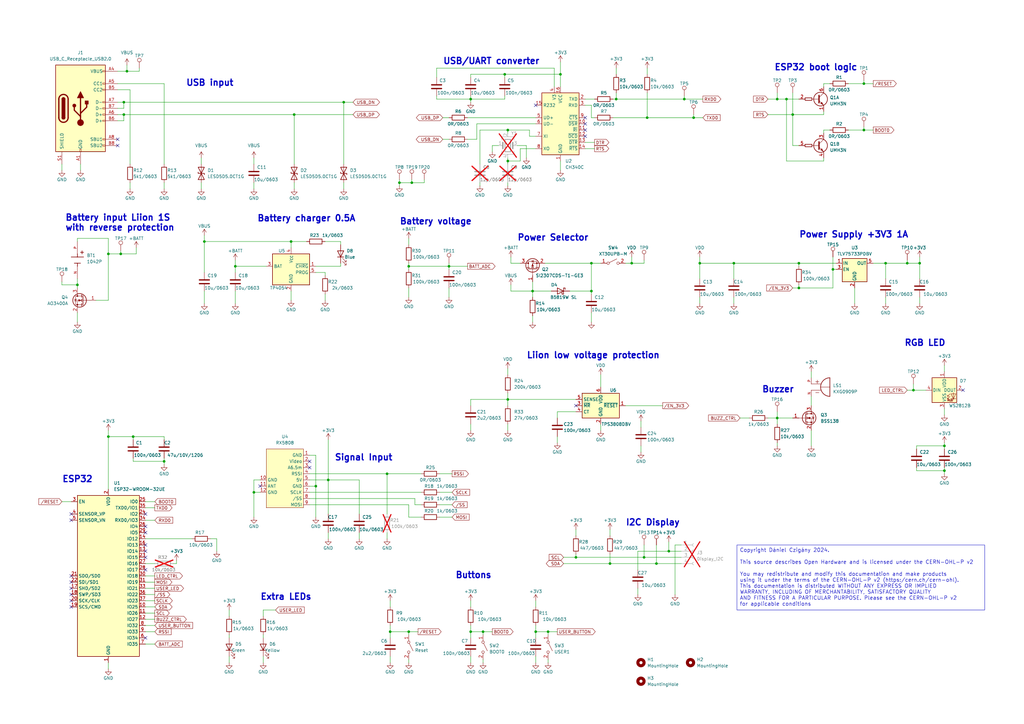
<source format=kicad_sch>
(kicad_sch (version 20231120) (generator "eeschema") (generator_version "8.0")
  (paper "A3")
  (title_block (title "TinyDrones Timer") (date "2024-11-13") (rev "V01") (company "CzD"))
  (junction (at 374.65 160.02))
  (junction (at 104.14 201.93))
  (junction (at 50.8 41.91))
  (junction (at 274.32 226.06))
  (junction (at 259.08 107.95))
  (junction (at 372.11 107.95))
  (junction (at 325.12 46.99))
  (junction (at 207.01 30.48))
  (junction (at 264.16 228.6))
  (junction (at 44.45 179.07))
  (junction (at 119.38 99.06))
  (junction (at 219.71 259.08))
  (junction (at 54.61 179.07))
  (junction (at 193.04 40.64))
  (junction (at 193.04 259.08))
  (junction (at 129.54 199.39))
  (junction (at 242.57 119.38))
  (junction (at 31.75 116.84))
  (junction (at 284.48 48.26))
  (junction (at 377.19 107.95))
  (junction (at 134.62 196.85))
  (junction (at 52.07 29.21))
  (junction (at 49.53 104.14))
  (junction (at 168.91 74.93))
  (junction (at 322.58 40.64))
  (junction (at 120.65 46.99))
  (junction (at 242.57 107.95))
  (junction (at 167.64 259.08))
  (junction (at 208.28 53.34))
  (junction (at 96.52 109.22))
  (junction (at 252.73 40.64))
  (junction (at 50.8 46.99))
  (junction (at 250.19 231.14))
  (junction (at 140.97 41.91))
  (junction (at 363.22 107.95))
  (junction (at 208.28 66.04))
  (junction (at 387.35 193.04))
  (junction (at 229.87 30.48))
  (junction (at 160.02 259.08))
  (junction (at 184.15 109.22))
  (junction (at 341.63 110.49))
  (junction (at 327.66 107.95))
  (junction (at 198.12 259.08))
  (junction (at 44.45 104.14))
  (junction (at 318.77 40.64))
  (junction (at 354.33 53.34))
  (junction (at 236.22 228.6))
  (junction (at 269.24 231.14))
  (junction (at 208.28 163.83))
  (junction (at 354.33 34.29))
  (junction (at 163.83 74.93))
  (junction (at 158.75 194.31))
  (junction (at 280.67 40.64))
  (junction (at 167.64 109.22))
  (junction (at 265.43 48.26))
  (junction (at 327.66 118.11))
  (junction (at 287.02 107.95))
  (junction (at 300.99 107.95))
  (junction (at 67.31 189.23))
  (junction (at 387.35 182.88))
  (junction (at 83.82 99.06))
  (junction (at 218.44 119.38))
  (junction (at 318.77 171.45))
  (junction (at 224.79 259.08))
  (no_connect (at 29.21 236.22))
  (no_connect (at 240.03 55.88))
  (no_connect (at 48.26 57.15))
  (no_connect (at 240.03 53.34))
  (no_connect (at 48.26 59.69))
  (no_connect (at 29.21 248.92))
  (no_connect (at 59.69 218.44))
  (no_connect (at 236.22 166.37))
  (no_connect (at 29.21 210.82))
  (no_connect (at 240.03 50.8))
  (no_connect (at 29.21 238.76))
  (no_connect (at 29.21 213.36))
  (no_connect (at 59.69 215.9))
  (no_connect (at 106.68 199.39))
  (no_connect (at 59.69 210.82))
  (no_connect (at 29.21 241.3))
  (no_connect (at 127 189.23))
  (no_connect (at 59.69 233.68))
  (no_connect (at 240.03 48.26))
  (no_connect (at 59.69 261.62))
  (no_connect (at 127 191.77))
  (no_connect (at 59.69 223.52))
  (no_connect (at 29.21 243.84))
  (no_connect (at 59.69 226.06))
  (no_connect (at 219.71 43.18))
  (no_connect (at 394.97 160.02))
  (no_connect (at 59.69 228.6))
  (no_connect (at 29.21 246.38))
  (wire (pts (xy 262.89 172.72) (xy 262.89 175.26)))
  (wire (pts (xy 354.33 33.02) (xy 354.33 34.29)))
  (wire (pts (xy 236.22 227.33) (xy 236.22 228.6)))
  (wire (pts (xy 134.62 218.44) (xy 134.62 220.98)))
  (wire (pts (xy 252.73 27.94) (xy 252.73 30.48)))
  (wire (pts (xy 31.75 99.06) (xy 31.75 97.79)))
  (wire (pts (xy 327.66 116.84) (xy 327.66 118.11)))
  (wire (pts (xy 387.35 149.86) (xy 387.35 152.4)))
  (wire (pts (xy 208.28 64.77) (xy 208.28 66.04)))
  (wire (pts (xy 218.44 119.38) (xy 218.44 121.92)))
  (wire (pts (xy 54.61 179.07) (xy 67.31 179.07)))
  (wire (pts (xy 127 186.69) (xy 129.54 186.69)))
  (wire (pts (xy 191.77 48.26) (xy 219.71 48.26)))
  (wire (pts (xy 167.64 107.95) (xy 167.64 109.22)))
  (wire (pts (xy 231.14 228.6) (xy 236.22 228.6)))
  (wire (pts (xy 242.57 48.26) (xy 242.57 43.18)))
  (wire (pts (xy 193.04 173.99) (xy 193.04 176.53)))
  (wire (pts (xy 314.96 40.64) (xy 318.77 40.64)))
  (wire (pts (xy 207.01 30.48) (xy 229.87 30.48)))
  (wire (pts (xy 337.82 34.29) (xy 340.36 34.29)))
  (wire (pts (xy 104.14 74.93) (xy 104.14 77.47)))
  (wire (pts (xy 204.47 59.69) (xy 201.93 59.69)))
  (wire (pts (xy 67.31 189.23) (xy 67.31 190.5)))
  (wire (pts (xy 180.34 201.93) (xy 185.42 201.93)))
  (wire (pts (xy 240.03 60.96) (xy 243.84 60.96)))
  (wire (pts (xy 109.22 109.22) (xy 96.52 109.22)))
  (wire (pts (xy 280.67 40.64) (xy 288.29 40.64)))
  (wire (pts (xy 387.35 182.88) (xy 387.35 184.15)))
  (wire (pts (xy 242.57 119.38) (xy 242.57 120.65)))
  (wire (pts (xy 193.04 259.08) (xy 193.04 261.62)))
  (wire (pts (xy 387.35 181.61) (xy 387.35 182.88)))
  (wire (pts (xy 107.95 250.19) (xy 113.03 250.19)))
  (wire (pts (xy 48.26 34.29) (xy 67.31 34.29)))
  (wire (pts (xy 347.98 34.29) (xy 354.33 34.29)))
  (wire (pts (xy 67.31 34.29) (xy 67.31 67.31)))
  (wire (pts (xy 55.88 104.14) (xy 55.88 101.6)))
  (wire (pts (xy 59.69 208.28) (xy 63.5 208.28)))
  (wire (pts (xy 337.82 54.61) (xy 337.82 53.34)))
  (wire (pts (xy 252.73 38.1) (xy 252.73 40.64)))
  (wire (pts (xy 209.55 107.95) (xy 209.55 105.41)))
  (wire (pts (xy 170.18 204.47) (xy 170.18 207.01)))
  (wire (pts (xy 52.07 29.21) (xy 57.15 29.21)))
  (wire (pts (xy 228.6 168.91) (xy 228.6 171.45)))
  (wire (pts (xy 83.82 119.38) (xy 83.82 124.46)))
  (wire (pts (xy 53.34 74.93) (xy 53.34 77.47)))
  (wire (pts (xy 147.32 218.44) (xy 147.32 220.98)))
  (wire (pts (xy 179.07 27.94) (xy 227.33 27.94)))
  (wire (pts (xy 59.69 248.92) (xy 63.5 248.92)))
  (wire (pts (xy 59.69 231.14) (xy 63.5 231.14)))
  (wire (pts (xy 229.87 30.48) (xy 229.87 35.56)))
  (wire (pts (xy 179.07 40.64) (xy 193.04 40.64)))
  (wire (pts (xy 208.28 173.99) (xy 208.28 176.53)))
  (wire (pts (xy 354.33 34.29) (xy 358.14 34.29)))
  (wire (pts (xy 147.32 210.82) (xy 147.32 196.85)))
  (wire (pts (xy 372.11 106.68) (xy 372.11 107.95)))
  (wire (pts (xy 59.69 246.38) (xy 63.5 246.38)))
  (wire (pts (xy 163.83 73.66) (xy 163.83 74.93)))
  (wire (pts (xy 261.62 226.06) (xy 274.32 226.06)))
  (wire (pts (xy 167.64 260.35) (xy 167.64 259.08)))
  (wire (pts (xy 167.64 118.11) (xy 167.64 121.92)))
  (wire (pts (xy 104.14 64.77) (xy 104.14 67.31)))
  (wire (pts (xy 256.54 166.37) (xy 271.78 166.37)))
  (wire (pts (xy 215.9 59.69) (xy 215.9 64.77)))
  (wire (pts (xy 219.71 246.38) (xy 219.71 248.92)))
  (wire (pts (xy 377.19 107.95) (xy 377.19 114.3)))
  (wire (pts (xy 54.61 189.23) (xy 67.31 189.23)))
  (wire (pts (xy 59.69 220.98) (xy 78.74 220.98)))
  (wire (pts (xy 53.34 36.83) (xy 53.34 67.31)))
  (wire (pts (xy 140.97 41.91) (xy 140.97 67.31)))
  (wire (pts (xy 325.12 59.69) (xy 325.12 46.99)))
  (wire (pts (xy 133.35 111.76) (xy 133.35 113.03)))
  (wire (pts (xy 287.02 105.41) (xy 287.02 107.95)))
  (wire (pts (xy 208.28 74.93) (xy 208.28 76.2)))
  (wire (pts (xy 208.28 163.83) (xy 236.22 163.83)))
  (wire (pts (xy 158.75 218.44) (xy 158.75 220.98)))
  (wire (pts (xy 280.67 39.37) (xy 280.67 40.64)))
  (wire (pts (xy 129.54 111.76) (xy 133.35 111.76)))
  (wire (pts (xy 93.98 250.19) (xy 93.98 252.73)))
  (wire (pts (xy 236.22 228.6) (xy 264.16 228.6)))
  (wire (pts (xy 251.46 40.64) (xy 252.73 40.64)))
  (wire (pts (xy 48.26 44.45) (xy 50.8 44.45)))
  (wire (pts (xy 240.03 40.64) (xy 243.84 40.64)))
  (wire (pts (xy 71.12 231.14) (xy 72.39 231.14)))
  (wire (pts (xy 53.34 36.83) (xy 48.26 36.83)))
  (wire (pts (xy 377.19 121.92) (xy 377.19 124.46)))
  (wire (pts (xy 259.08 107.95) (xy 264.16 107.95)))
  (wire (pts (xy 207.01 31.75) (xy 207.01 30.48)))
  (wire (pts (xy 193.04 163.83) (xy 208.28 163.83)))
  (wire (pts (xy 139.7 109.22) (xy 139.7 107.95)))
  (wire (pts (xy 284.48 46.99) (xy 284.48 48.26)))
  (wire (pts (xy 119.38 99.06) (xy 125.73 99.06)))
  (wire (pts (xy 163.83 74.93) (xy 163.83 76.2)))
  (wire (pts (xy 31.75 128.27) (xy 31.75 132.08)))
  (wire (pts (xy 31.75 116.84) (xy 31.75 118.11)))
  (wire (pts (xy 86.36 220.98) (xy 88.9 220.98)))
  (wire (pts (xy 140.97 41.91) (xy 144.78 41.91)))
  (wire (pts (xy 83.82 96.52) (xy 83.82 99.06)))
  (wire (pts (xy 127 201.93) (xy 172.72 201.93)))
  (wire (pts (xy 184.15 118.11) (xy 184.15 121.92)))
  (wire (pts (xy 209.55 116.84) (xy 209.55 119.38)))
  (wire (pts (xy 363.22 121.92) (xy 363.22 124.46)))
  (wire (pts (xy 167.64 259.08) (xy 171.45 259.08)))
  (wire (pts (xy 279.4 223.52) (xy 276.86 223.52)))
  (wire (pts (xy 25.4 205.74) (xy 29.21 205.74)))
  (wire (pts (xy 337.82 66.04) (xy 337.82 64.77)))
  (wire (pts (xy 167.64 207.01) (xy 167.64 212.09)))
  (wire (pts (xy 219.71 55.88) (xy 217.17 55.88)))
  (wire (pts (xy 83.82 111.76) (xy 83.82 99.06)))
  (wire (pts (xy 193.04 269.24) (xy 193.04 271.78)))
  (wire (pts (xy 33.02 67.31) (xy 33.02 69.85)))
  (wire (pts (xy 287.02 107.95) (xy 287.02 114.3)))
  (wire (pts (xy 179.07 27.94) (xy 179.07 31.75)))
  (wire (pts (xy 265.43 27.94) (xy 265.43 30.48)))
  (wire (pts (xy 196.85 74.93) (xy 196.85 76.2)))
  (wire (pts (xy 246.38 173.99) (xy 246.38 176.53)))
  (wire (pts (xy 184.15 109.22) (xy 184.15 110.49)))
  (wire (pts (xy 193.04 246.38) (xy 193.04 248.92)))
  (wire (pts (xy 354.33 53.34) (xy 358.14 53.34)))
  (wire (pts (xy 242.57 43.18) (xy 240.03 43.18)))
  (wire (pts (xy 107.95 250.19) (xy 107.95 252.73)))
  (wire (pts (xy 48.26 41.91) (xy 50.8 41.91)))
  (wire (pts (xy 82.55 64.77) (xy 82.55 67.31)))
  (wire (pts (xy 54.61 187.96) (xy 54.61 189.23)))
  (wire (pts (xy 276.86 223.52) (xy 276.86 243.84)))
  (wire (pts (xy 284.48 48.26) (xy 288.29 48.26)))
  (wire (pts (xy 332.74 152.4) (xy 332.74 154.94)))
  (wire (pts (xy 191.77 57.15) (xy 195.58 57.15)))
  (wire (pts (xy 48.26 46.99) (xy 50.8 46.99)))
  (wire (pts (xy 180.34 194.31) (xy 185.42 194.31)))
  (wire (pts (xy 212.09 59.69) (xy 215.9 59.69)))
  (wire (pts (xy 236.22 217.17) (xy 236.22 219.71)))
  (wire (pts (xy 134.62 180.34) (xy 134.62 196.85)))
  (wire (pts (xy 363.22 107.95) (xy 363.22 114.3)))
  (wire (pts (xy 262.89 182.88) (xy 262.89 185.42)))
  (wire (pts (xy 265.43 48.26) (xy 284.48 48.26)))
  (wire (pts (xy 208.28 66.04) (xy 208.28 67.31)))
  (wire (pts (xy 218.44 129.54) (xy 218.44 132.08)))
  (wire (pts (xy 325.12 46.99) (xy 337.82 46.99)))
  (wire (pts (xy 59.69 256.54) (xy 63.5 256.54)))
  (wire (pts (xy 167.64 259.08) (xy 160.02 259.08)))
  (wire (pts (xy 31.75 114.3) (xy 31.75 116.84)))
  (wire (pts (xy 59.69 205.74) (xy 63.5 205.74)))
  (wire (pts (xy 242.57 107.95) (xy 242.57 119.38)))
  (wire (pts (xy 93.98 269.24) (xy 93.98 271.78)))
  (wire (pts (xy 127 199.39) (xy 129.54 199.39)))
  (wire (pts (xy 173.99 73.66) (xy 173.99 74.93)))
  (wire (pts (xy 198.12 270.51) (xy 198.12 271.78)))
  (wire (pts (xy 107.95 260.35) (xy 107.95 261.62)))
  (wire (pts (xy 158.75 194.31) (xy 158.75 210.82)))
  (wire (pts (xy 96.52 106.68) (xy 96.52 109.22)))
  (wire (pts (xy 269.24 223.52) (xy 269.24 231.14)))
  (wire (pts (xy 250.19 217.17) (xy 250.19 219.71)))
  (wire (pts (xy 332.74 162.56) (xy 332.74 166.37)))
  (wire (pts (xy 44.45 179.07) (xy 44.45 200.66)))
  (wire (pts (xy 59.69 251.46) (xy 63.5 251.46)))
  (wire (pts (xy 52.07 29.21) (xy 52.07 26.67)))
  (wire (pts (xy 93.98 260.35) (xy 93.98 261.62)))
  (wire (pts (xy 170.18 207.01) (xy 172.72 207.01)))
  (wire (pts (xy 318.77 171.45) (xy 318.77 173.99)))
  (wire (pts (xy 167.64 97.79) (xy 167.64 100.33)))
  (wire (pts (xy 184.15 109.22) (xy 191.77 109.22)))
  (wire (pts (xy 208.28 66.04) (xy 213.36 66.04)))
  (wire (pts (xy 327.66 118.11) (xy 341.63 118.11)))
  (wire (pts (xy 264.16 223.52) (xy 264.16 228.6)))
  (wire (pts (xy 224.79 259.08) (xy 228.6 259.08)))
  (wire (pts (xy 50.8 49.53) (xy 50.8 46.99)))
  (wire (pts (xy 129.54 199.39) (xy 129.54 212.09)))
  (wire (pts (xy 243.84 48.26) (xy 242.57 48.26)))
  (wire (pts (xy 387.35 191.77) (xy 387.35 193.04)))
  (wire (pts (xy 50.8 41.91) (xy 140.97 41.91)))
  (wire (pts (xy 133.35 120.65) (xy 133.35 123.19)))
  (wire (pts (xy 168.91 73.66) (xy 168.91 74.93)))
  (wire (pts (xy 261.62 233.68) (xy 261.62 226.06)))
  (wire (pts (xy 223.52 107.95) (xy 242.57 107.95)))
  (wire (pts (xy 228.6 179.07) (xy 228.6 181.61)))
  (wire (pts (xy 219.71 256.54) (xy 219.71 259.08)))
  (wire (pts (xy 127 207.01) (xy 167.64 207.01)))
  (wire (pts (xy 181.61 57.15) (xy 184.15 57.15)))
  (wire (pts (xy 377.19 105.41) (xy 377.19 107.95)))
  (wire (pts (xy 224.79 270.51) (xy 224.79 271.78)))
  (wire (pts (xy 44.45 104.14) (xy 49.53 104.14)))
  (wire (pts (xy 119.38 119.38) (xy 119.38 123.19)))
  (wire (pts (xy 180.34 207.01) (xy 185.42 207.01)))
  (wire (pts (xy 168.91 74.93) (xy 173.99 74.93)))
  (wire (pts (xy 129.54 186.69) (xy 129.54 199.39)))
  (wire (pts (xy 358.14 107.95) (xy 363.22 107.95)))
  (wire (pts (xy 96.52 119.38) (xy 96.52 124.46)))
  (wire (pts (xy 158.75 194.31) (xy 172.72 194.31)))
  (wire (pts (xy 179.07 39.37) (xy 179.07 40.64)))
  (wire (pts (xy 217.17 55.88) (xy 217.17 53.34)))
  (wire (pts (xy 374.65 160.02) (xy 379.73 160.02)))
  (wire (pts (xy 265.43 38.1) (xy 265.43 48.26)))
  (wire (pts (xy 127 194.31) (xy 158.75 194.31)))
  (wire (pts (xy 193.04 40.64) (xy 193.04 41.91)))
  (wire (pts (xy 59.69 238.76) (xy 63.5 238.76)))
  (wire (pts (xy 250.19 227.33) (xy 250.19 231.14)))
  (wire (pts (xy 337.82 35.56) (xy 337.82 34.29)))
  (wire (pts (xy 372.11 107.95) (xy 377.19 107.95)))
  (wire (pts (xy 213.36 60.96) (xy 219.71 60.96)))
  (wire (pts (xy 39.37 123.19) (xy 44.45 123.19)))
  (wire (pts (xy 120.65 46.99) (xy 120.65 67.31)))
  (wire (pts (xy 196.85 67.31) (xy 196.85 53.34)))
  (wire (pts (xy 322.58 40.64) (xy 322.58 66.04)))
  (wire (pts (xy 44.45 97.79) (xy 44.45 104.14)))
  (wire (pts (xy 327.66 107.95) (xy 327.66 109.22)))
  (wire (pts (xy 208.28 151.13) (xy 208.28 153.67)))
  (wire (pts (xy 240.03 58.42) (xy 243.84 58.42)))
  (wire (pts (xy 127 196.85) (xy 134.62 196.85)))
  (wire (pts (xy 120.65 46.99) (xy 144.78 46.99)))
  (wire (pts (xy 242.57 128.27) (xy 242.57 132.08)))
  (wire (pts (xy 49.53 102.87) (xy 49.53 104.14)))
  (wire (pts (xy 217.17 53.34) (xy 208.28 53.34)))
  (wire (pts (xy 88.9 220.98) (xy 88.9 226.06)))
  (wire (pts (xy 375.92 182.88) (xy 387.35 182.88)))
  (wire (pts (xy 208.28 53.34) (xy 208.28 54.61)))
  (wire (pts (xy 327.66 59.69) (xy 325.12 59.69)))
  (wire (pts (xy 264.16 106.68) (xy 264.16 107.95)))
  (wire (pts (xy 208.28 161.29) (xy 208.28 163.83)))
  (wire (pts (xy 96.52 109.22) (xy 96.52 111.76)))
  (wire (pts (xy 372.11 160.02) (xy 374.65 160.02)))
  (wire (pts (xy 72.39 231.14) (xy 72.39 229.87)))
  (wire (pts (xy 231.14 231.14) (xy 250.19 231.14)))
  (wire (pts (xy 350.52 118.11) (xy 350.52 124.46)))
  (wire (pts (xy 256.54 107.95) (xy 259.08 107.95)))
  (wire (pts (xy 259.08 105.41) (xy 259.08 107.95)))
  (wire (pts (xy 167.64 212.09) (xy 172.72 212.09)))
  (wire (pts (xy 219.71 259.08) (xy 224.79 259.08)))
  (wire (pts (xy 106.68 196.85) (xy 104.14 196.85)))
  (wire (pts (xy 67.31 187.96) (xy 67.31 189.23)))
  (wire (pts (xy 387.35 167.64) (xy 387.35 170.18)))
  (wire (pts (xy 160.02 256.54) (xy 160.02 259.08)))
  (wire (pts (xy 219.71 259.08) (xy 219.71 261.62)))
  (wire (pts (xy 300.99 107.95) (xy 300.99 114.3)))
  (wire (pts (xy 325.12 118.11) (xy 327.66 118.11)))
  (wire (pts (xy 44.45 179.07) (xy 54.61 179.07)))
  (wire (pts (xy 83.82 99.06) (xy 119.38 99.06)))
  (wire (pts (xy 207.01 39.37) (xy 207.01 40.64)))
  (wire (pts (xy 218.44 119.38) (xy 226.06 119.38)))
  (wire (pts (xy 322.58 66.04) (xy 337.82 66.04)))
  (wire (pts (xy 57.15 27.94) (xy 57.15 29.21)))
  (wire (pts (xy 375.92 184.15) (xy 375.92 182.88)))
  (wire (pts (xy 104.14 201.93) (xy 106.68 201.93)))
  (wire (pts (xy 300.99 121.92) (xy 300.99 124.46)))
  (wire (pts (xy 218.44 115.57) (xy 218.44 119.38)))
  (wire (pts (xy 67.31 180.34) (xy 67.31 179.07)))
  (wire (pts (xy 236.22 168.91) (xy 228.6 168.91)))
  (wire (pts (xy 196.85 53.34) (xy 208.28 53.34)))
  (wire (pts (xy 213.36 66.04) (xy 213.36 60.96)))
  (wire (pts (xy 341.63 118.11) (xy 341.63 110.49)))
  (wire (pts (xy 44.45 123.19) (xy 44.45 104.14)))
  (wire (pts (xy 246.38 153.67) (xy 246.38 158.75)))
  (wire (pts (xy 25.4 115.57) (xy 25.4 116.84)))
  (wire (pts (xy 318.77 168.91) (xy 318.77 171.45)))
  (wire (pts (xy 127 204.47) (xy 170.18 204.47)))
  (wire (pts (xy 50.8 44.45) (xy 50.8 41.91)))
  (wire (pts (xy 195.58 57.15) (xy 195.58 50.8)))
  (wire (pts (xy 181.61 48.26) (xy 184.15 48.26)))
  (wire (pts (xy 342.9 110.49) (xy 341.63 110.49)))
  (wire (pts (xy 318.77 38.1) (xy 318.77 40.64)))
  (wire (pts (xy 49.53 104.14) (xy 55.88 104.14)))
  (wire (pts (xy 327.66 40.64) (xy 322.58 40.64)))
  (wire (pts (xy 167.64 270.51) (xy 167.64 271.78)))
  (wire (pts (xy 59.69 264.16) (xy 63.5 264.16)))
  (wire (pts (xy 133.35 99.06) (xy 139.7 99.06)))
  (wire (pts (xy 193.04 166.37) (xy 193.04 163.83)))
  (wire (pts (xy 318.77 181.61) (xy 318.77 182.88)))
  (wire (pts (xy 184.15 107.95) (xy 184.15 109.22)))
  (wire (pts (xy 375.92 193.04) (xy 387.35 193.04)))
  (wire (pts (xy 219.71 269.24) (xy 219.71 271.78)))
  (wire (pts (xy 363.22 107.95) (xy 372.11 107.95)))
  (wire (pts (xy 242.57 119.38) (xy 233.68 119.38)))
  (wire (pts (xy 269.24 231.14) (xy 279.4 231.14)))
  (wire (pts (xy 198.12 260.35) (xy 198.12 259.08)))
  (wire (pts (xy 59.69 236.22) (xy 63.5 236.22)))
  (wire (pts (xy 168.91 74.93) (xy 163.83 74.93)))
  (wire (pts (xy 167.64 109.22) (xy 184.15 109.22)))
  (wire (pts (xy 120.65 74.93) (xy 120.65 77.47)))
  (wire (pts (xy 209.55 119.38) (xy 218.44 119.38)))
  (wire (pts (xy 332.74 176.53) (xy 332.74 182.88)))
  (wire (pts (xy 208.28 163.83) (xy 208.28 166.37)))
  (wire (pts (xy 337.82 53.34) (xy 340.36 53.34)))
  (wire (pts (xy 387.35 193.04) (xy 387.35 194.31)))
  (wire (pts (xy 300.99 107.95) (xy 327.66 107.95)))
  (wire (pts (xy 31.75 97.79) (xy 44.45 97.79)))
  (wire (pts (xy 337.82 46.99) (xy 337.82 45.72)))
  (wire (pts (xy 59.69 243.84) (xy 63.5 243.84)))
  (wire (pts (xy 44.45 176.53) (xy 44.45 179.07)))
  (wire (pts (xy 264.16 228.6) (xy 279.4 228.6)))
  (wire (pts (xy 54.61 180.34) (xy 54.61 179.07)))
  (wire (pts (xy 104.14 196.85) (xy 104.14 201.93)))
  (wire (pts (xy 25.4 116.84) (xy 31.75 116.84)))
  (wire (pts (xy 193.04 39.37) (xy 193.04 40.64)))
  (wire (pts (xy 180.34 212.09) (xy 185.42 212.09)))
  (wire (pts (xy 374.65 157.48) (xy 374.65 160.02)))
  (wire (pts (xy 251.46 48.26) (xy 265.43 48.26)))
  (wire (pts (xy 193.04 40.64) (xy 207.01 40.64)))
  (wire (pts (xy 50.8 46.99) (xy 120.65 46.99)))
  (wire (pts (xy 242.57 107.95) (xy 246.38 107.95)))
  (wire (pts (xy 48.26 49.53) (xy 50.8 49.53)))
  (wire (pts (xy 59.69 259.08) (xy 63.5 259.08)))
  (wire (pts (xy 279.4 226.06) (xy 274.32 226.06)))
  (wire (pts (xy 107.95 269.24) (xy 107.95 271.78)))
  (wire (pts (xy 67.31 74.93) (xy 67.31 77.47)))
  (wire (pts (xy 354.33 52.07) (xy 354.33 53.34)))
  (wire (pts (xy 48.26 29.21) (xy 52.07 29.21)))
  (wire (pts (xy 44.45 271.78) (xy 44.45 274.32)))
  (wire (pts (xy 140.97 74.93) (xy 140.97 77.47)))
  (wire (pts (xy 129.54 109.22) (xy 139.7 109.22)))
  (wire (pts (xy 59.69 241.3) (xy 63.5 241.3)))
  (wire (pts (xy 224.79 260.35) (xy 224.79 259.08)))
  (wire (pts (xy 325.12 38.1) (xy 325.12 46.99)))
  (wire (pts (xy 104.14 201.93) (xy 104.14 212.09)))
  (wire (pts (xy 119.38 99.06) (xy 119.38 101.6)))
  (wire (pts (xy 213.36 107.95) (xy 209.55 107.95)))
  (wire (pts (xy 303.53 171.45) (xy 307.34 171.45)))
  (wire (pts (xy 229.87 25.4) (xy 229.87 30.48)))
  (wire (pts (xy 261.62 241.3) (xy 261.62 243.84)))
  (wire (pts (xy 147.32 196.85) (xy 134.62 196.85)))
  (wire (pts (xy 160.02 259.08) (xy 160.02 261.62)))
  (wire (pts (xy 347.98 53.34) (xy 354.33 53.34)))
  (wire (pts (xy 193.04 31.75) (xy 193.04 30.48)))
  (wire (pts (xy 25.4 67.31) (xy 25.4 69.85)))
  (wire (pts (xy 327.66 107.95) (xy 342.9 107.95)))
  (wire (pts (xy 250.19 231.14) (xy 269.24 231.14)))
  (wire (pts (xy 59.69 254) (xy 63.5 254)))
  (wire (pts (xy 198.12 259.08) (xy 201.93 259.08)))
  (wire (pts (xy 318.77 171.45) (xy 325.12 171.45)))
  (wire (pts (xy 82.55 74.93) (xy 82.55 77.47)))
  (wire (pts (xy 193.04 259.08) (xy 198.12 259.08)))
  (wire (pts (xy 167.64 109.22) (xy 167.64 110.49)))
  (wire (pts (xy 201.93 59.69) (xy 201.93 62.23)))
  (wire (pts (xy 134.62 196.85) (xy 134.62 210.82)))
  (wire (pts (xy 139.7 99.06) (xy 139.7 100.33)))
  (wire (pts (xy 229.87 66.04) (xy 229.87 69.85)))
  (wire (pts (xy 195.58 50.8) (xy 219.71 50.8)))
  (wire (pts (xy 227.33 27.94) (xy 227.33 35.56)))
  (wire (pts (xy 314.96 171.45) (xy 318.77 171.45)))
  (wire (pts (xy 341.63 105.41) (xy 341.63 110.49)))
  (wire (pts (xy 300.99 107.95) (xy 287.02 107.95)))
  (wire (pts (xy 314.96 46.99) (xy 325.12 46.99)))
  (wire (pts (xy 160.02 246.38) (xy 160.02 248.92)))
  (wire (pts (xy 252.73 40.64) (xy 280.67 40.64)))
  (wire (pts (xy 160.02 269.24) (xy 160.02 271.78)))
  (wire (pts (xy 318.77 40.64) (xy 322.58 40.64)))
  (wire (pts (xy 59.69 213.36) (xy 63.5 213.36)))
  (wire (pts (xy 193.04 30.48) (xy 207.01 30.48)))
  (wire (pts (xy 375.92 191.77) (xy 375.92 193.04)))
  (wire (pts (xy 193.04 256.54) (xy 193.04 259.08)))
  (wire (pts (xy 274.32 226.06) (xy 274.32 222.25)))
  (wire (pts (xy 287.02 121.92) (xy 287.02 124.46)))
  (text_box "Copyright Dániel Czigány 2024.\n\nThis source describes Open Hardware and is licensed under the CERN-OHL-P v2\n\nYou may redistribute and modify this documentation and make products\nusing it under the terms of the CERN-OHL-P v2 (https:/cern.ch/cern-ohl).\nThis documentation is distributed WITHOUT ANY EXPRESS OR IMPLIED\nWARRANTY, INCLUDING OF MERCHANTABILITY, SATISFACTORY QUALITY\nAND FITNESS FOR A PARTICULAR PURPOSE. Please see the CERN-OHL-P v2\nfor applicable conditions" (at 302.26 223.52 0) (size 101.6 26.67) (effects (font (size 1.524 1.524)) (justify left top)))
  (text "Power Supply +3V3 1A\n" (at 327.66 97.79 0) (effects (font (size 2.54 2.54) (thickness 0.508) (bold yes)) (justify left bottom)))
  (text "ESP32" (at 25.4 198.12 0) (effects (font (size 2.54 2.54) (thickness 0.508) (bold yes)) (justify left bottom)))
  (text "Battery input Liion 1S\nwith reverse protection\n\n" (at 26.67 99.06 0) (effects (font (size 2.54 2.54) (thickness 0.508) (bold yes)) (justify left bottom)))
  (text "USB input" (at 76.2 35.56 0) (effects (font (size 2.54 2.54) (thickness 0.508) (bold yes)) (justify left bottom)))
  (text "Extra LEDs\n" (at 106.68 246.38 0) (effects (font (size 2.54 2.54) (thickness 0.508) (bold yes)) (justify left bottom)))
  (text "Buttons\n" (at 186.69 237.49 0) (effects (font (size 2.54 2.54) (thickness 0.508) (bold yes)) (justify left bottom)))
  (text "Battery charger 0.5A\n\n" (at 105.41 95.25 0) (effects (font (size 2.54 2.54) (thickness 0.508) (bold yes)) (justify left bottom)))
  (text "Liion low voltage protection\n" (at 215.9 147.32 0) (effects (font (size 2.54 2.54) (thickness 0.508) (bold yes)) (justify left bottom)))
  (text "I2C Display\n" (at 256.54 215.9 0) (effects (font (size 2.54 2.54) (thickness 0.508) (bold yes)) (justify left bottom)))
  (text "RGB LED" (at 370.84 142.24 0) (effects (font (size 2.54 2.54) (thickness 0.508) (bold yes)) (justify left bottom)))
  (text "Buzzer" (at 312.42 161.29 0) (effects (font (size 2.54 2.54) (thickness 0.508) (bold yes)) (justify left bottom)))
  (text "Battery voltage\n\n" (at 163.83 96.52 0) (effects (font (size 2.54 2.54) (thickness 0.508) (bold yes)) (justify left bottom)))
  (text "Signal Input\n" (at 137.16 189.23 0) (effects (font (size 2.54 2.54) (thickness 0.508) (bold yes)) (justify left bottom)))
  (text "USB/UART converter" (at 181.61 26.67 0) (effects (font (size 2.54 2.54) (thickness 0.508) (bold yes)) (justify left bottom)))
  (text "Power Selector" (at 212.09 99.06 0) (effects (font (size 2.54 2.54) (thickness 0.508) (bold yes)) (justify left bottom)))
  (text "ESP32 boot logic " (at 317.5 29.21 0) (effects (font (size 2.54 2.54) (thickness 0.508) (bold yes)) (justify left bottom)))
  (global_label "DTR" (shape output) (at 243.84 58.42 0) (property "Intersheetrefs" "${INTERSHEET_REFS}" (effects (hide yes))))
  (global_label "SDA" (shape bidirectional) (at 63.5 248.92 0) (property "Intersheetrefs" "${INTERSHEET_REFS}" (effects (hide yes))))
  (global_label "{slash}RESET" (shape input) (at 25.4 205.74 180) (property "Intersheetrefs" "${INTERSHEET_REFS}" (effects (hide yes))))
  (global_label "LED_CTRL" (shape input) (at 372.11 160.02 180) (property "Intersheetrefs" "${INTERSHEET_REFS}" (effects (hide yes))))
  (global_label "BATT_ADC" (shape output) (at 191.77 109.22 0) (property "Intersheetrefs" "${INTERSHEET_REFS}" (effects (hide yes))))
  (global_label "USER_BUTTON" (shape output) (at 228.6 259.08 0) (property "Intersheetrefs" "${INTERSHEET_REFS}" (effects (hide yes))))
  (global_label "USER_LED" (shape input) (at 113.03 250.19 0) (property "Intersheetrefs" "${INTERSHEET_REFS}" (effects (hide yes))))
  (global_label "RXD0" (shape output) (at 288.29 40.64 0) (property "Intersheetrefs" "${INTERSHEET_REFS}" (effects (hide yes))))
  (global_label "{slash}EN_3V3" (shape output) (at 271.78 166.37 0) (property "Intersheetrefs" "${INTERSHEET_REFS}" (effects (hide yes))))
  (global_label "USB_DN" (shape bidirectional) (at 181.61 57.15 180) (property "Intersheetrefs" "${INTERSHEET_REFS}" (effects (hide yes))))
  (global_label "BUZZ_CTRL" (shape output) (at 63.5 254 0) (property "Intersheetrefs" "${INTERSHEET_REFS}" (effects (hide yes))))
  (global_label "{slash}EN_3V3" (shape input) (at 325.12 118.11 180) (property "Intersheetrefs" "${INTERSHEET_REFS}" (effects (hide yes))))
  (global_label "USB_DN" (shape bidirectional) (at 144.78 41.91 0) (property "Intersheetrefs" "${INTERSHEET_REFS}" (effects (hide yes))))
  (global_label "USER_BUTTON" (shape input) (at 63.5 256.54 0) (property "Intersheetrefs" "${INTERSHEET_REFS}" (effects (hide yes))))
  (global_label "USB_DP" (shape bidirectional) (at 144.78 46.99 0) (property "Intersheetrefs" "${INTERSHEET_REFS}" (effects (hide yes))))
  (global_label "MOSI" (shape input) (at 185.42 212.09 0) (property "Intersheetrefs" "${INTERSHEET_REFS}" (effects (hide yes))))
  (global_label "RXD0" (shape input) (at 63.5 213.36 0) (property "Intersheetrefs" "${INTERSHEET_REFS}" (effects (hide yes))))
  (global_label "RSSI" (shape input) (at 63.5 259.08 0) (property "Intersheetrefs" "${INTERSHEET_REFS}" (effects (hide yes))))
  (global_label "BOOT0" (shape output) (at 358.14 53.34 0) (property "Intersheetrefs" "${INTERSHEET_REFS}" (effects (hide yes))))
  (global_label "TXD0" (shape input) (at 288.29 48.26 0) (property "Intersheetrefs" "${INTERSHEET_REFS}" (effects (hide yes))))
  (global_label "BATT_ADC" (shape input) (at 63.5 264.16 0) (property "Intersheetrefs" "${INTERSHEET_REFS}" (effects (hide yes))))
  (global_label "BUZZ_CTRL" (shape input) (at 303.53 171.45 180) (property "Intersheetrefs" "${INTERSHEET_REFS}" (effects (hide yes))))
  (global_label "BOOT0" (shape output) (at 201.93 259.08 0) (property "Intersheetrefs" "${INTERSHEET_REFS}" (effects (hide yes))))
  (global_label "{slash}RESET" (shape output) (at 171.45 259.08 0) (property "Intersheetrefs" "${INTERSHEET_REFS}" (effects (hide yes))))
  (global_label "RTS" (shape input) (at 314.96 46.99 180) (property "Intersheetrefs" "${INTERSHEET_REFS}" (effects (hide yes))))
  (global_label "RTS" (shape output) (at 243.84 60.96 0) (property "Intersheetrefs" "${INTERSHEET_REFS}" (effects (hide yes))))
  (global_label "SCL" (shape output) (at 63.5 251.46 0) (property "Intersheetrefs" "${INTERSHEET_REFS}" (effects (hide yes))))
  (global_label "{slash}RESET" (shape output) (at 358.14 34.29 0) (property "Intersheetrefs" "${INTERSHEET_REFS}" (effects (hide yes))))
  (global_label "SDA" (shape bidirectional) (at 231.14 231.14 180) (property "Intersheetrefs" "${INTERSHEET_REFS}" (effects (hide yes))))
  (global_label "SCL" (shape input) (at 231.14 228.6 180) (property "Intersheetrefs" "${INTERSHEET_REFS}" (effects (hide yes))))
  (global_label "{slash}SS" (shape output) (at 63.5 243.84 0) (property "Intersheetrefs" "${INTERSHEET_REFS}" (effects (hide yes))))
  (global_label "SCLK" (shape input) (at 185.42 201.93 0) (property "Intersheetrefs" "${INTERSHEET_REFS}" (effects (hide yes))))
  (global_label "RSSI" (shape output) (at 185.42 194.31 0) (property "Intersheetrefs" "${INTERSHEET_REFS}" (effects (hide yes))))
  (global_label "LED_CTRL" (shape output) (at 63.5 236.22 0) (property "Intersheetrefs" "${INTERSHEET_REFS}" (effects (hide yes))))
  (global_label "TXD0" (shape output) (at 63.5 208.28 0) (property "Intersheetrefs" "${INTERSHEET_REFS}" (effects (hide yes))))
  (global_label "BOOT0" (shape input) (at 63.5 205.74 0) (property "Intersheetrefs" "${INTERSHEET_REFS}" (effects (hide yes))))
  (global_label "SCLK" (shape output) (at 63.5 246.38 0) (property "Intersheetrefs" "${INTERSHEET_REFS}" (effects (hide yes))))
  (global_label "USB_DP" (shape bidirectional) (at 181.61 48.26 180) (property "Intersheetrefs" "${INTERSHEET_REFS}" (effects (hide yes))))
  (global_label "DTR" (shape input) (at 314.96 40.64 180) (property "Intersheetrefs" "${INTERSHEET_REFS}" (effects (hide yes))))
  (global_label "MOSI" (shape output) (at 63.5 238.76 0) (property "Intersheetrefs" "${INTERSHEET_REFS}" (effects (hide yes))))
  (global_label "USER_LED" (shape output) (at 63.5 241.3 0) (property "Intersheetrefs" "${INTERSHEET_REFS}" (effects (hide yes))))
  (global_label "{slash}SS" (shape input) (at 185.42 207.01 0) (property "Intersheetrefs" "${INTERSHEET_REFS}" (effects (hide yes))))
  (symbol (lib_id "power:+3V3") (at 250.19 217.17 0) (unit 1)
    (property "Reference" "#PWR079" (effects (hide yes)))
    (property "Value" "+3V3" (at 250.19 213.36 0))
  )
  (symbol (lib_id "Device:R") (at 67.31 71.12 180) (unit 1)
    (property "Reference" "R13" (at 68.58 69.85 0) (effects (justify right)))
    (property "Value" "5k1/0603" (at 68.58 72.39 0) (effects (justify right)))
    (property "Footprint" "Resistor_SMD:R_0603_1608Metric" (effects (hide yes)))
    (property "LCSC" "C23186" (effects (hide yes)))
  )
  (symbol (lib_id "RF_Module:ESP32-WROOM-32U") (at 44.45 236.22 0) (unit 1)
    (property "Reference" "U1" (at 46.6441 198.12 0) (effects (justify left)))
    (property "Value" "ESP32-WROOM-32UE" (at 46.6441 200.66 0) (effects (justify left)))
    (property "Footprint" "RF_Module:ESP32-WROOM-32UE" (effects (hide yes)))
    (property "Datasheet" "https://www.espressif.com/sites/default/files/documentation/esp32-wroom-32d_esp32-wroom-32u_datasheet_en.pdf" (effects (hide yes)))
    (property "LCSC" "C701344" (effects (hide yes)))
  )
  (symbol (lib_id "Connector:TestPoint") (at 168.91 73.66 0) (unit 1) (in_bom no)
    (property "Reference" "TP19" (at 168.91 68.58 0))
    (property "Value" "TestPoint" (effects (hide yes)))
    (property "Footprint" "TestPoint:TestPoint_THTPad_D3.0mm_Drill1.5mm" (effects (hide yes)))
  )
  (symbol (lib_id "Device:C") (at 208.28 71.12 0) (mirror y) (unit 1) (in_bom no) (dnp yes)
    (property "Reference" "C9" (at 209.55 68.58 0) (effects (justify right)))
    (property "Value" "12p/0603" (at 208.28 73.66 0) (effects (justify right)))
    (property "Footprint" "Capacitor_SMD:C_0603_1608Metric" (effects (hide yes)))
  )
  (symbol (lib_id "power:GND") (at 67.31 77.47 0) (unit 1)
    (property "Reference" "#PWR028" (effects (hide yes)))
    (property "Value" "GND" (at 67.31 81.28 0))
  )
  (symbol (lib_id "Battery_Management:LTC4054XES5-4.2") (at 119.38 109.22 0) (mirror y) (unit 1)
    (property "Reference" "U5" (at 115.57 102.87 0))
    (property "Value" "TP4054" (at 114.3 118.11 0))
    (property "Footprint" "Package_TO_SOT_SMD:TSOT-23-5" (effects (hide yes)))
    (property "Datasheet" "https://www.analog.com/media/en/technical-documentation/data-sheets/405442xf.pdf" (effects (hide yes)))
    (property "LCSC" "C668215" (effects (hide yes)))
  )
  (symbol (lib_id "power:GND") (at 262.89 185.42 0) (unit 1)
    (property "Reference" "#PWR087" (effects (hide yes)))
    (property "Value" "GND" (at 262.89 189.23 0))
  )
  (symbol (lib_id "Device:C") (at 287.02 118.11 0) (mirror y) (unit 1)
    (property "Reference" "C13" (at 288.29 115.57 0) (effects (justify right)))
    (property "Value" "10u/0603" (at 287.02 120.65 0) (effects (justify right)))
    (property "Footprint" "Capacitor_SMD:C_0603_1608Metric" (effects (hide yes)))
    (property "LCSC" "C96446" (effects (hide yes)))
  )
  (symbol (lib_id "Device:C") (at 193.04 35.56 0) (mirror y) (unit 1)
    (property "Reference" "C4" (at 194.31 33.02 0) (effects (justify right)))
    (property "Value" "10u/0603" (at 193.04 38.1 0) (effects (justify right)))
    (property "Footprint" "Capacitor_SMD:C_0603_1608Metric" (effects (hide yes)))
    (property "LCSC" "C96446" (effects (hide yes)))
  )
  (symbol (lib_id "Device:R") (at 82.55 220.98 90) (unit 1)
    (property "Reference" "R17" (at 80.01 218.44 90) (effects (justify right)))
    (property "Value" "10k/0603" (at 77.47 223.52 90) (effects (justify right)))
    (property "Footprint" "Resistor_SMD:R_0603_1608Metric" (effects (hide yes)))
    (property "LCSC" "C25804" (effects (hide yes)))
  )
  (symbol (lib_id "power:+BATT") (at 167.64 97.79 0) (unit 1)
    (property "Reference" "#PWR083" (effects (hide yes)))
    (property "Value" "+BATT" (at 167.64 93.98 0))
  )
  (symbol (lib_id "power:+3V3") (at 274.32 222.25 0) (unit 1)
    (property "Reference" "#PWR081" (effects (hide yes)))
    (property "Value" "+3V3" (at 274.32 218.44 0))
  )
  (symbol (lib_id "Connector:TestPoint") (at 354.33 33.02 0) (unit 1) (in_bom no)
    (property "Reference" "TP1" (at 354.33 27.94 0))
    (property "Value" "TestPoint" (effects (hide yes)))
    (property "Footprint" "TestPoint:TestPoint_Pad_D1.0mm" (effects (hide yes)))
  )
  (symbol (lib_id "Device:R") (at 167.64 114.3 0) (unit 1)
    (property "Reference" "R31" (at 172.72 113.03 0) (effects (justify right)))
    (property "Value" "100k/0603" (at 180.34 115.57 0) (effects (justify right)))
    (property "Footprint" "Resistor_SMD:R_0603_1608Metric" (effects (hide yes)))
    (property "LCSC" "C25803" (effects (hide yes)))
  )
  (symbol (lib_id "power:VBUS") (at 209.55 116.84 0) (unit 1)
    (property "Reference" "#PWR035" (effects (hide yes)))
    (property "Value" "VBUS" (at 209.55 113.03 0))
  )
  (symbol (lib_id "Device:R") (at 129.54 99.06 90) (unit 1)
    (property "Reference" "R23" (at 127 96.52 90) (effects (justify right)))
    (property "Value" "1k/0603" (at 132.08 96.52 90) (effects (justify right)))
    (property "Footprint" "Resistor_SMD:R_0603_1608Metric" (effects (hide yes)))
    (property "LCSC" "C21190" (effects (hide yes)))
  )
  (symbol (lib_id "Connector:TestPoint") (at 341.63 105.41 0) (unit 1) (in_bom no)
    (property "Reference" "TP15" (at 341.63 100.33 0))
    (property "Value" "TestPoint" (effects (hide yes)))
    (property "Footprint" "TestPoint:TestPoint_Pad_D1.0mm" (effects (hide yes)))
  )
  (symbol (lib_id "Switch:SW_SPST") (at 198.12 265.43 270) (unit 1)
    (property "Reference" "SW2" (at 200.66 264.795 90) (effects (justify left)))
    (property "Value" "BOOT0" (at 200.66 267.335 90) (effects (justify left)))
    (property "Footprint" "Button_Switch_SMD:SW_SPST_B3U-1000P" (effects (hide yes)))
    (property "MFG" "BU1000P" (effects (hide yes)))
    (property "LCSC" "C2905189" (effects (hide yes)))
  )
  (symbol (lib_id "Device:R") (at 193.04 252.73 0) (unit 1)
    (property "Reference" "R10" (at 198.12 251.46 0) (effects (justify right)))
    (property "Value" "10k/0603" (at 205.74 254 0) (effects (justify right)))
    (property "Footprint" "Resistor_SMD:R_0603_1608Metric" (effects (hide yes)))
    (property "LCSC" "C25804" (effects (hide yes)))
  )
  (symbol (lib_id "Connector:TestPoint") (at 264.16 223.52 0) (unit 1) (in_bom no)
    (property "Reference" "TP13" (at 264.16 218.44 0))
    (property "Value" "TestPoint" (effects (hide yes)))
    (property "Footprint" "TestPoint:TestPoint_Pad_D1.0mm" (effects (hide yes)))
  )
  (symbol (lib_id "Connector:TestPoint") (at 184.15 107.95 0) (unit 1) (in_bom no)
    (property "Reference" "TP11" (at 184.15 102.87 0))
    (property "Value" "TestPoint" (effects (hide yes)))
    (property "Footprint" "TestPoint:TestPoint_Pad_D1.0mm" (effects (hide yes)))
  )
  (symbol (lib_id "Device:C") (at 207.01 35.56 0) (unit 1)
    (property "Reference" "C5" (at 210.82 33.02 0) (effects (justify right)))
    (property "Value" "100n/0603" (at 218.44 38.1 0) (effects (justify right)))
    (property "Footprint" "Capacitor_SMD:C_0603_1608Metric" (effects (hide yes)))
    (property "LCSC" "C14663" (effects (hide yes)))
  )
  (symbol (lib_id "Device:C") (at 363.22 118.11 0) (mirror y) (unit 1)
    (property "Reference" "C15" (at 364.49 115.57 0) (effects (justify right)))
    (property "Value" "100n/0603" (at 363.22 120.65 0) (effects (justify right)))
    (property "Footprint" "Capacitor_SMD:C_0603_1608Metric" (effects (hide yes)))
    (property "LCSC" "C14663" (effects (hide yes)))
  )
  (symbol (lib_id "Mechanical:MountingHole") (at 262.89 271.78 0) (unit 1) (in_bom no)
    (property "Reference" "H1" (at 265.43 270.51 0) (effects (justify left)))
    (property "Value" "MountingHole" (at 265.43 273.05 0) (effects (justify left)))
    (property "Footprint" "MountingHole:MountingHole_3.5mm" (effects (hide yes)))
  )
  (symbol (lib_id "Mechanical:MountingHole") (at 283.21 271.78 0) (unit 1) (in_bom no)
    (property "Reference" "H2" (at 285.75 270.51 0) (effects (justify left)))
    (property "Value" "MountingHole" (at 285.75 273.05 0) (effects (justify left)))
    (property "Footprint" "MountingHole:MountingHole_3.5mm" (effects (hide yes)))
  )
  (symbol (lib_id "power:GND") (at 93.98 271.78 0) (unit 1)
    (property "Reference" "#PWR046" (effects (hide yes)))
    (property "Value" "GND" (at 93.98 275.59 0))
  )
  (symbol (lib_id "power:+BATT") (at 209.55 105.41 0) (unit 1)
    (property "Reference" "#PWR057" (effects (hide yes)))
    (property "Value" "+BATT" (at 209.55 101.6 0))
  )
  (symbol (lib_id "power:GND") (at 82.55 77.47 0) (unit 1)
    (property "Reference" "#PWR029" (effects (hide yes)))
    (property "Value" "GND" (at 82.55 81.28 0))
  )
  (symbol (lib_id "power:GND") (at 198.12 271.78 0) (unit 1)
    (property "Reference" "#PWR018" (effects (hide yes)))
    (property "Value" "GND" (at 198.12 275.59 0))
  )
  (symbol (lib_id "LED:WS2812B") (at 387.35 160.02 0) (unit 1)
    (property "Reference" "D7" (at 394.97 156.21 0))
    (property "Value" "WS2812B" (at 393.7 166.37 0))
    (property "Footprint" "LED_SMD:LED_WS2812B_PLCC4_5.0x5.0mm_P3.2mm" (effects (hide yes)))
    (property "Datasheet" "https://cdn-shop.adafruit.com/datasheets/WS2812B.pdf" (effects (hide yes)))
    (property "LCSC" "C2843785" (effects (hide yes)))
  )
  (symbol (lib_id "Connector:TestPoint") (at 49.53 102.87 0) (unit 1) (in_bom no)
    (property "Reference" "TP17" (at 49.53 97.79 0))
    (property "Value" "TestPoint" (effects (hide yes)))
    (property "Footprint" "TestPoint:TestPoint_Pad_D1.0mm" (effects (hide yes)))
  )
  (symbol (lib_id "Device:LED") (at 139.7 104.14 90) (unit 1)
    (property "Reference" "D8" (at 143.51 102.87 90))
    (property "Value" "Blue" (at 143.51 105.41 90))
    (property "Footprint" "LED_SMD:LED_0603_1608Metric" (effects (hide yes)))
    (property "LCSC" "C84266" (effects (hide yes)))
  )
  (symbol (lib_id "Device:D_TVS") (at 120.65 71.12 90) (unit 1)
    (property "Reference" "D2" (at 123.19 69.8499 90) (effects (justify right)))
    (property "Value" "LESD5D5.0CT1G" (at 123.19 72.3899 90) (effects (justify right)))
    (property "Footprint" "Diode_SMD:D_SOD-523" (effects (hide yes)))
    (property "LCSC" "C383211" (effects (hide yes)))
  )
  (symbol (lib_id "power:GND") (at 208.28 76.2 0) (unit 1)
    (property "Reference" "#PWR011" (effects (hide yes)))
    (property "Value" "GND" (at 208.28 80.01 0))
  )
  (symbol (lib_id "Device:R") (at 327.66 113.03 0) (unit 1)
    (property "Reference" "R34" (at 332.74 111.76 0) (effects (justify right)))
    (property "Value" "100k/0603" (at 340.36 114.3 0) (effects (justify right)))
    (property "Footprint" "Resistor_SMD:R_0603_1608Metric" (effects (hide yes)))
    (property "LCSC" "C25803" (effects (hide yes)))
  )
  (symbol (lib_id "power:GND") (at 44.45 274.32 0) (unit 1)
    (property "Reference" "#PWR048" (effects (hide yes)))
    (property "Value" "GND" (at 44.45 278.13 0))
  )
  (symbol (lib_id "power:+3V3") (at 72.39 229.87 0) (unit 1)
    (property "Reference" "#PWR085" (effects (hide yes)))
    (property "Value" "+3V3" (at 72.39 226.06 0))
  )
  (symbol (lib_id "power:GND") (at 193.04 41.91 0) (unit 1)
    (property "Reference" "#PWR05" (effects (hide yes)))
    (property "Value" "GND" (at 193.04 45.72 0))
  )
  (symbol (lib_id "Device:C") (at 196.85 71.12 0) (mirror y) (unit 1) (in_bom no) (dnp yes)
    (property "Reference" "C8" (at 198.12 68.58 0) (effects (justify right)))
    (property "Value" "12p/0603" (at 196.85 73.66 0) (effects (justify right)))
    (property "Footprint" "Capacitor_SMD:C_0603_1608Metric" (effects (hide yes)))
  )
  (symbol (lib_id "power:GND") (at 96.52 124.46 0) (unit 1)
    (property "Reference" "#PWR061" (effects (hide yes)))
    (property "Value" "GND" (at 96.52 128.27 0))
  )
  (symbol (lib_id "Device:C") (at 242.57 124.46 0) (mirror y) (unit 1)
    (property "Reference" "C12" (at 243.84 121.92 0) (effects (justify right)))
    (property "Value" "10u/0603" (at 242.57 127 0) (effects (justify right)))
    (property "Footprint" "Capacitor_SMD:C_0603_1608Metric" (effects (hide yes)))
    (property "LCSC" "C96446" (effects (hide yes)))
  )
  (symbol (lib_id "Connector:TestPoint") (at 173.99 73.66 0) (unit 1) (in_bom no)
    (property "Reference" "TP20" (at 173.99 68.58 0))
    (property "Value" "TestPoint" (effects (hide yes)))
    (property "Footprint" "TestPoint:TestPoint_THTPad_D3.0mm_Drill1.5mm" (effects (hide yes)))
  )
  (symbol (lib_id "Device:R") (at 176.53 194.31 90) (unit 1)
    (property "Reference" "R25" (at 176.53 191.77 90))
    (property "Value" "0R/0603" (at 176.53 196.85 90))
    (property "Footprint" "Resistor_SMD:R_0603_1608Metric" (effects (hide yes)))
    (property "LCSC" "C21189" (effects (hide yes)))
  )
  (symbol (lib_id "Device:R") (at 176.53 201.93 90) (unit 1)
    (property "Reference" "R18" (at 173.99 199.39 90) (effects (justify right)))
    (property "Value" "1k/0603" (at 179.07 199.39 90) (effects (justify right)))
    (property "Footprint" "Resistor_SMD:R_0603_1608Metric" (effects (hide yes)))
    (property "LCSC" "C21190" (effects (hide yes)))
  )
  (symbol (lib_id "Device:C") (at 300.99 118.11 0) (unit 1)
    (property "Reference" "C14" (at 304.8 115.57 0) (effects (justify right)))
    (property "Value" "100n/0603" (at 312.42 120.65 0) (effects (justify right)))
    (property "Footprint" "Capacitor_SMD:C_0603_1608Metric" (effects (hide yes)))
    (property "LCSC" "C14663" (effects (hide yes)))
  )
  (symbol (lib_id "Connector:USB_C_Receptacle_USB2.0") (at 33.02 44.45 0) (unit 1)
    (property "Reference" "J1" (at 33.02 21.59 0))
    (property "Value" "USB_C_Receptacle_USB2.0" (at 33.02 24.13 0))
    (property "Footprint" "Connector_USB:USB_C_Receptacle_HRO_TYPE-C-31-M-12" (effects (hide yes)))
    (property "Datasheet" "https://www.usb.org/sites/default/files/documents/usb_type-c.zip" (effects (hide yes)))
    (property "JLCPCB link" "https://jlcpcb.com/partdetail/Yiyuan-YTC_TC16S23/C2927300" (effects (hide yes)))
    (property "Alt." "CSP-USC16-TR" (effects (hide yes)))
    (property "LCSC" "C2927300" (effects (hide yes)))
  )
  (symbol (lib_id "Device:R") (at 318.77 177.8 180) (unit 1)
    (property "Reference" "R27" (at 320.04 176.53 0) (effects (justify right)))
    (property "Value" "10k/0603" (at 320.04 179.07 0) (effects (justify right)))
    (property "Footprint" "Resistor_SMD:R_0603_1608Metric" (effects (hide yes)))
    (property "LCSC" "C25804" (effects (hide yes)))
  )
  (symbol (lib_id "power:+3V3") (at 193.04 246.38 0) (unit 1)
    (property "Reference" "#PWR013" (effects (hide yes)))
    (property "Value" "+3V3" (at 193.04 242.57 0))
  )
  (symbol (lib_id "power:GND") (at 224.79 271.78 0) (unit 1)
    (property "Reference" "#PWR020" (effects (hide yes)))
    (property "Value" "GND" (at 224.79 275.59 0))
  )
  (symbol (lib_id "power:+BATT") (at 55.88 101.6 0) (unit 1)
    (property "Reference" "#PWR055" (effects (hide yes)))
    (property "Value" "+BATT" (at 55.88 97.79 0))
  )
  (symbol (lib_id "Device:R") (at 208.28 157.48 0) (unit 1)
    (property "Reference" "R24" (at 210.82 156.21 0) (effects (justify left)))
    (property "Value" "200k/0603" (at 210.82 158.75 0) (effects (justify left)))
    (property "Footprint" "Resistor_SMD:R_0603_1608Metric" (effects (hide yes)))
    (property "LCSC" "C25811" (effects (hide yes)))
  )
  (symbol (lib_id "Device:D_TVS") (at 82.55 71.12 90) (unit 1)
    (property "Reference" "D1" (at 85.09 69.8499 90) (effects (justify right)))
    (property "Value" "LESD5D5.0CT1G" (at 85.09 72.3899 90) (effects (justify right)))
    (property "Footprint" "Diode_SMD:D_SOD-523" (effects (hide yes)))
    (property "LCSC" "C383211" (effects (hide yes)))
  )
  (symbol (lib_id "power:+3V3") (at 160.02 246.38 0) (unit 1)
    (property "Reference" "#PWR012" (effects (hide yes)))
    (property "Value" "+3V3" (at 160.02 242.57 0))
  )
  (symbol (lib_id "Device:R") (at 187.96 57.15 90) (unit 1)
    (property "Reference" "R8" (at 187.96 54.61 90))
    (property "Value" "0R/0603" (at 187.96 59.69 90))
    (property "Footprint" "Resistor_SMD:R_0603_1608Metric" (effects (hide yes)))
    (property "LCSC" "C21189" (effects (hide yes)))
  )
  (symbol (lib_id "power:GND") (at 276.86 243.84 0) (unit 1)
    (property "Reference" "#PWR082" (effects (hide yes)))
    (property "Value" "GND" (at 276.86 247.65 0))
  )
  (symbol (lib_id "power:GND") (at 332.74 182.88 0) (unit 1)
    (property "Reference" "#PWR073" (effects (hide yes)))
    (property "Value" "GND" (at 332.74 186.69 0))
  )
  (symbol (lib_id "power:GND") (at 163.83 76.2 0) (unit 1)
    (property "Reference" "#PWR026" (effects (hide yes)))
    (property "Value" "GND" (at 163.83 80.01 0))
  )
  (symbol (lib_id "power:VDD") (at 287.02 105.41 0) (unit 1)
    (property "Reference" "#PWR039" (effects (hide yes)))
    (property "Value" "VDD" (at 287.02 101.6 0))
  )
  (symbol (lib_id "power:GND") (at 119.38 123.19 0) (unit 1)
    (property "Reference" "#PWR058" (effects (hide yes)))
    (property "Value" "GND" (at 119.38 127 0))
  )
  (symbol (lib_id "Device:R") (at 250.19 223.52 0) (unit 1)
    (property "Reference" "R29" (at 255.27 222.25 0) (effects (justify right)))
    (property "Value" "4k7/0603" (at 261.62 224.79 0) (effects (justify right)))
    (property "Footprint" "Resistor_SMD:R_0603_1608Metric" (effects (hide yes)))
    (property "LCSC" "C23162" (effects (hide yes)))
  )
  (symbol (lib_id "Connector:TestPoint") (at 57.15 27.94 0) (unit 1) (in_bom no)
    (property "Reference" "TP7" (at 57.15 22.86 0))
    (property "Value" "TestPoint" (effects (hide yes)))
    (property "Footprint" "TestPoint:TestPoint_Pad_D1.0mm" (effects (hide yes)))
  )
  (symbol (lib_id "Device:C") (at 104.14 71.12 0) (mirror y) (unit 1)
    (property "Reference" "C11" (at 105.41 68.58 0) (effects (justify right)))
    (property "Value" "10u/0603" (at 104.14 73.66 0) (effects (justify right)))
    (property "Footprint" "Capacitor_SMD:C_0603_1608Metric" (effects (hide yes)))
    (property "LCSC" "C96446" (effects (hide yes)))
  )
  (symbol (lib_id "power:GND") (at 377.19 124.46 0) (unit 1)
    (property "Reference" "#PWR043" (effects (hide yes)))
    (property "Value" "GND" (at 377.19 128.27 0))
  )
  (symbol (lib_id "Device:C") (at 160.02 265.43 0) (mirror y) (unit 1)
    (property "Reference" "C6" (at 156.21 262.89 0) (effects (justify right)))
    (property "Value" "2u2/0603" (at 148.59 267.97 0) (effects (justify right)))
    (property "Footprint" "Capacitor_SMD:C_0603_1608Metric" (effects (hide yes)))
    (property "LCSC" "C14663" (effects (hide yes)))
  )
  (symbol (lib_id "Connector:TestPoint") (at 354.33 52.07 0) (unit 1) (in_bom no)
    (property "Reference" "TP4" (at 354.33 46.99 0))
    (property "Value" "TestPoint" (effects (hide yes)))
    (property "Footprint" "TestPoint:TestPoint_Pad_D1.0mm" (effects (hide yes)))
  )
  (symbol (lib_id "Connector:TestPoint") (at 280.67 39.37 0) (unit 1) (in_bom no)
    (property "Reference" "TP5" (at 280.67 34.29 0))
    (property "Value" "TestPoint" (effects (hide yes)))
    (property "Footprint" "TestPoint:TestPoint_Pad_D1.0mm" (effects (hide yes)))
  )
  (symbol (lib_id "Device:C") (at 375.92 187.96 0) (mirror y) (unit 1)
    (property "Reference" "C22" (at 377.19 185.42 0) (effects (justify right)))
    (property "Value" "10u/0603" (at 375.92 190.5 0) (effects (justify right)))
    (property "Footprint" "Capacitor_SMD:C_0603_1608Metric" (effects (hide yes)))
    (property "LCSC" "C96446" (effects (hide yes)))
  )
  (symbol (lib_id "Power_Supervisor:TPS3808DBV") (at 246.38 166.37 0) (unit 1)
    (property "Reference" "U6" (at 251.46 160.02 0))
    (property "Value" "TPS3808DBV" (at 252.73 173.99 0))
    (property "Footprint" "Package_TO_SOT_SMD:SOT-23-6" (effects (hide yes)))
    (property "Datasheet" "http://www.ti.com/lit/ds/symlink/tps3808.pdf" (effects (hide yes)))
    (property "LCSC" "C19653" (effects (hide yes)))
  )
  (symbol (lib_id "Connector:TestPoint") (at 25.4 115.57 0) (unit 1) (in_bom no)
    (property "Reference" "TP18" (at 25.4 110.49 0))
    (property "Value" "TestPoint" (effects (hide yes)))
    (property "Footprint" "TestPoint:TestPoint_Pad_D1.0mm" (effects (hide yes)))
  )
  (symbol (lib_id "power:+3V3") (at 377.19 105.41 0) (unit 1)
    (property "Reference" "#PWR033" (effects (hide yes)))
    (property "Value" "+3V3" (at 377.19 101.6 0))
  )
  (symbol (lib_id "power:GND") (at 242.57 132.08 0) (unit 1)
    (property "Reference" "#PWR037" (effects (hide yes)))
    (property "Value" "GND" (effects (hide yes)))
  )
  (symbol (lib_id "power:+3V3") (at 265.43 27.94 0) (unit 1)
    (property "Reference" "#PWR04" (effects (hide yes)))
    (property "Value" "+3V3" (at 265.43 24.13 0))
  )
  (symbol (lib_id "Device:C") (at 387.35 187.96 0) (mirror y) (unit 1)
    (property "Reference" "C26" (at 388.62 185.42 0) (effects (justify right)))
    (property "Value" "100n/0603" (at 387.35 190.5 0) (effects (justify right)))
    (property "Footprint" "Capacitor_SMD:C_0603_1608Metric" (effects (hide yes)))
    (property "LCSC" "C14663" (effects (hide yes)))
  )
  (symbol (lib_id "Device:R") (at 311.15 171.45 90) (unit 1)
    (property "Reference" "R26" (at 311.15 168.91 90))
    (property "Value" "1k/0603" (at 311.15 173.99 90))
    (property "Footprint" "Resistor_SMD:R_0603_1608Metric" (effects (hide yes)))
    (property "LCSC" "C21190" (effects (hide yes)))
  )
  (symbol (lib_id "Device:C") (at 193.04 170.18 0) (unit 1)
    (property "Reference" "C21" (at 195.58 168.91 0) (effects (justify left)))
    (property "Value" "2u2/0603" (at 195.58 171.45 0) (effects (justify left)))
    (property "Footprint" "Capacitor_SMD:C_0603_1608Metric" (effects (hide yes)))
    (property "LCSC" "C14663" (effects (hide yes)))
  )
  (symbol (lib_id "Connector:TestPoint") (at 318.77 168.91 0) (unit 1) (in_bom no)
    (property "Reference" "TP16" (at 318.77 163.83 0))
    (property "Value" "TestPoint" (effects (hide yes)))
    (property "Footprint" "TestPoint:TestPoint_Pad_D1.0mm" (effects (hide yes)))
  )
  (symbol (lib_id "Device:C") (at 54.61 184.15 0) (unit 1)
    (property "Reference" "C1" (at 58.42 181.61 0) (effects (justify right)))
    (property "Value" "100n/0603" (at 66.04 186.69 0) (effects (justify right)))
    (property "Footprint" "Capacitor_SMD:C_0603_1608Metric" (effects (hide yes)))
    (property "LCSC" "C14663" (effects (hide yes)))
  )
  (symbol (lib_id "Buzzer_9mm_rm5mm:KXG0909P") (at 335.28 160.02 0) (unit 1) (in_bom no)
    (property "Reference" "LS1" (at 341.63 158.115 0) (effects (justify left)))
    (property "Value" "KXG0909P" (at 341.63 160.655 0) (effects (justify left)))
    (property "Footprint" "cd334-footprints:XDCR_KXG0909P" (effects (hide yes)))
    (property "PARTREV" "1.1" (effects (hide yes)))
    (property "STANDARD" "IPC 7351B" (effects (hide yes)))
    (property "MANUFACTURER" "Kingstate" (effects (hide yes)))
    (property "MAXIMUM_PACKAGE_HEIGHT" "5.5 mm" (effects (hide yes)))
  )
  (symbol (lib_id "power:GND") (at 387.35 170.18 0) (unit 1)
    (property "Reference" "#PWR075" (effects (hide yes)))
    (property "Value" "GND" (at 387.35 173.99 0))
  )
  (symbol (lib_id "Switch:SW_SPST") (at 167.64 265.43 270) (unit 1)
    (property "Reference" "SW1" (at 170.18 264.16 90) (effects (justify left)))
    (property "Value" "Reset" (at 170.18 266.7 90) (effects (justify left)))
    (property "Footprint" "Button_Switch_SMD:SW_SPST_B3U-1000P" (effects (hide yes)))
    (property "MFG" "BU1000P" (effects (hide yes)))
    (property "LCSC" "C2905189" (effects (hide yes)))
  )
  (symbol (lib_id "Diode:BAT60A") (at 229.87 119.38 0) (mirror y) (unit 1)
    (property "Reference" "D4" (at 227.33 116.84 0))
    (property "Value" "B5819W SL" (at 231.14 121.92 0))
    (property "Footprint" "Diode_SMD:D_SOD-123" (effects (hide yes)))
    (property "Datasheet" "https://www.infineon.com/dgdl/Infineon-BAT60ASERIES-DS-v01_01-en.pdf?fileId=db3a304313d846880113def70c9304a9" (effects (hide yes)))
    (property "LCSC" "C8598" (effects (hide yes)))
  )
  (symbol (lib_id "Device:C") (at 147.32 214.63 0) (mirror y) (unit 1)
    (property "Reference" "C25" (at 148.59 212.09 0) (effects (justify right)))
    (property "Value" "10u/0603" (at 147.32 217.17 0) (effects (justify right)))
    (property "Footprint" "Capacitor_SMD:C_0603_1608Metric" (effects (hide yes)))
    (property "LCSC" "C96446" (effects (hide yes)))
  )
  (symbol (lib_id "Device:R") (at 176.53 212.09 90) (unit 1)
    (property "Reference" "R20" (at 173.99 209.55 90) (effects (justify right)))
    (property "Value" "1k/0603" (at 179.07 209.55 90) (effects (justify right)))
    (property "Footprint" "Resistor_SMD:R_0603_1608Metric" (effects (hide yes)))
    (property "LCSC" "C21190" (effects (hide yes)))
  )
  (symbol (lib_id "Connector:Conn_01x04_Socket") (at 284.48 226.06 0) (unit 1) (in_bom no) (dnp yes)
    (property "Reference" "J3" (at 285.75 226.695 0) (effects (justify left)))
    (property "Value" "Display_I2C" (at 285.75 229.235 0) (effects (justify left)))
    (property "Footprint" "Connector_JST:JST_XH_B4B-XH-A_1x04_P2.50mm_Vertical" (effects (hide yes)))
  )
  (symbol (lib_id "power:GND") (at 350.52 124.46 0) (unit 1)
    (property "Reference" "#PWR044" (effects (hide yes)))
    (property "Value" "GND" (at 350.52 128.27 0))
  )
  (symbol (lib_id "Switch:SW_SPST") (at 224.79 265.43 270) (unit 1)
    (property "Reference" "SW3" (at 227.33 264.795 90) (effects (justify left)))
    (property "Value" "USER1" (at 227.33 267.335 90) (effects (justify left)))
    (property "Footprint" "Button_Switch_SMD:SW_SPST_B3U-1000P" (effects (hide yes)))
    (property "MFG" "BU1000P" (effects (hide yes)))
    (property "LCSC" "C2905189" (effects (hide yes)))
  )
  (symbol (lib_id "Device:R") (at 107.95 256.54 0) (unit 1)
    (property "Reference" "R16" (at 113.03 255.27 0) (effects (justify right)))
    (property "Value" "1k/0603" (at 118.11 257.81 0) (effects (justify right)))
    (property "Footprint" "Resistor_SMD:R_0603_1608Metric" (effects (hide yes)))
    (property "LCSC" "C21190" (effects (hide yes)))
  )
  (symbol (lib_id "Device:R") (at 344.17 53.34 90) (unit 1)
    (property "Reference" "R2" (at 344.17 50.8 90))
    (property "Value" "0R/0603" (at 344.17 55.88 90))
    (property "Footprint" "Resistor_SMD:R_0603_1608Metric" (effects (hide yes)))
    (property "LCSC" "C21189" (effects (hide yes)))
  )
  (symbol (lib_id "Device:LED") (at 107.95 265.43 90) (unit 1)
    (property "Reference" "D6" (at 111.76 264.16 90))
    (property "Value" "Yellow" (at 111.76 266.7 90))
    (property "Footprint" "LED_SMD:LED_0603_1608Metric" (effects (hide yes)))
    (property "LCSC" "C84265" (effects (hide yes)))
  )
  (symbol (lib_id "power:+3V3") (at 219.71 246.38 0) (unit 1)
    (property "Reference" "#PWR014" (effects (hide yes)))
    (property "Value" "+3V3" (at 219.71 242.57 0))
  )
  (symbol (lib_id "Device:R") (at 133.35 116.84 0) (unit 1)
    (property "Reference" "R22" (at 138.43 115.57 0) (effects (justify right)))
    (property "Value" "2k/0603" (at 144.78 118.11 0) (effects (justify right)))
    (property "Footprint" "Resistor_SMD:R_0603_1608Metric" (effects (hide yes)))
    (property "LCSC" "C4190" (effects (hide yes)))
  )
  (symbol (lib_id "power:GND") (at 107.95 271.78 0) (unit 1)
    (property "Reference" "#PWR047" (effects (hide yes)))
    (property "Value" "GND" (at 107.95 275.59 0))
  )
  (symbol (lib_id "power:GND") (at 318.77 182.88 0) (unit 1)
    (property "Reference" "#PWR071" (effects (hide yes)))
    (property "Value" "GND" (at 318.77 186.69 0))
  )
  (symbol (lib_id "Device:R") (at 93.98 256.54 0) (unit 1)
    (property "Reference" "R15" (at 99.06 255.27 0) (effects (justify right)))
    (property "Value" "1k/0603" (at 104.14 257.81 0) (effects (justify right)))
    (property "Footprint" "Resistor_SMD:R_0603_1608Metric" (effects (hide yes)))
    (property "LCSC" "C21190" (effects (hide yes)))
  )
  (symbol (lib_id "Device:LED") (at 93.98 265.43 90) (unit 1)
    (property "Reference" "D5" (at 97.79 264.16 90))
    (property "Value" "Green" (at 97.79 266.7 90))
    (property "Footprint" "LED_SMD:LED_0603_1608Metric" (effects (hide yes)))
    (property "LCSC" "C84264" (effects (hide yes)))
  )
  (symbol (lib_id "power:GND") (at 196.85 76.2 0) (unit 1)
    (property "Reference" "#PWR010" (effects (hide yes)))
    (property "Value" "GND" (at 196.85 80.01 0))
  )
  (symbol (lib_id "Device:Crystal_GND24") (at 208.28 59.69 0) (unit 1) (in_bom no) (dnp yes)
    (property "Reference" "Y1" (at 210.82 54.61 0))
    (property "Value" "Crystal_GND24" (effects (hide yes)))
    (property "Footprint" "Crystal:Crystal_SMD_3225-4Pin_3.2x2.5mm" (effects (hide yes)))
    (property "MFG" "X3S012000DC1H-V (7U12000E20UCG)" (effects (hide yes)))
  )
  (symbol (lib_id "power:GND") (at 147.32 220.98 0) (unit 1)
    (property "Reference" "#PWR070" (effects (hide yes)))
    (property "Value" "GND" (at 147.32 224.79 0))
  )
  (symbol (lib_id "power:+BATT") (at 96.52 106.68 0) (unit 1)
    (property "Reference" "#PWR062" (effects (hide yes)))
    (property "Value" "+BATT" (at 96.52 102.87 0))
  )
  (symbol (lib_id "Device:R") (at 247.65 48.26 90) (unit 1)
    (property "Reference" "R7" (at 247.65 45.72 90))
    (property "Value" "0R/0603" (at 247.65 50.8 90))
    (property "Footprint" "Resistor_SMD:R_0603_1608Metric" (effects (hide yes)))
    (property "LCSC" "C21189" (effects (hide yes)))
  )
  (symbol (lib_id "power:GND") (at 167.64 121.92 0) (unit 1)
    (property "Reference" "#PWR084" (effects (hide yes)))
    (property "Value" "GND" (at 167.64 125.73 0))
  )
  (symbol (lib_id "Device:R") (at 344.17 34.29 90) (unit 1)
    (property "Reference" "R1" (at 344.17 31.75 90))
    (property "Value" "0R/0603" (at 344.17 36.83 90))
    (property "Footprint" "Resistor_SMD:R_0603_1608Metric" (effects (hide yes)))
    (property "LCSC" "C21189" (effects (hide yes)))
  )
  (symbol (lib_id "power:GND") (at 218.44 132.08 0) (unit 1)
    (property "Reference" "#PWR036" (effects (hide yes)))
    (property "Value" "GND" (effects (hide yes)))
  )
  (symbol (lib_id "Device:R") (at 252.73 34.29 180) (unit 1)
    (property "Reference" "R3" (at 254 33.02 0) (effects (justify right)))
    (property "Value" "10k/0603" (at 254 35.56 0) (effects (justify right)))
    (property "Footprint" "Resistor_SMD:R_0603_1608Metric" (effects (hide yes)))
    (property "LCSC" "C25804" (effects (hide yes)))
  )
  (symbol (lib_id "power:GND") (at 246.38 176.53 0) (unit 1)
    (property "Reference" "#PWR068" (effects (hide yes)))
    (property "Value" "GND" (at 246.38 180.34 0))
  )
  (symbol (lib_id "Connector:TestPoint") (at 374.65 157.48 0) (unit 1) (in_bom no)
    (property "Reference" "TP12" (at 374.65 152.4 0))
    (property "Value" "TestPoint" (effects (hide yes)))
    (property "Footprint" "TestPoint:TestPoint_Pad_D1.0mm" (effects (hide yes)))
  )
  (symbol (lib_id "power:+3V3") (at 252.73 27.94 0) (unit 1)
    (property "Reference" "#PWR03" (effects (hide yes)))
    (property "Value" "+3V3" (at 252.73 24.13 0))
  )
  (symbol (lib_id "Device:C") (at 134.62 214.63 0) (unit 1)
    (property "Reference" "C17" (at 138.43 212.09 0) (effects (justify right)))
    (property "Value" "100n/0603" (at 146.05 217.17 0) (effects (justify right)))
    (property "Footprint" "Capacitor_SMD:C_0603_1608Metric" (effects (hide yes)))
    (property "LCSC" "C14663" (effects (hide yes)))
  )
  (symbol (lib_id "Transistor_BJT:UMH3N") (at 332.74 59.69 0) (unit 2)
    (property "Reference" "Q1" (at 340.36 59.055 0) (effects (justify left)))
    (property "Value" "UMH3N" (at 340.36 61.595 0) (effects (justify left)))
    (property "Footprint" "Package_TO_SOT_SMD:SOT-363_SC-70-6" (effects (hide yes)))
    (property "Datasheet" "http://rohmfs.rohm.com/en/products/databook/datasheet/discrete/transistor/digital/emh3t2r-e.pdf" (effects (hide yes)))
    (property "LCSC" "C62892" (effects (hide yes)))
  )
  (symbol (lib_id "Device:R") (at 247.65 40.64 90) (unit 1)
    (property "Reference" "R5" (at 247.65 38.1 90))
    (property "Value" "0R/0603" (at 247.65 43.18 90))
    (property "Footprint" "Resistor_SMD:R_0603_1608Metric" (effects (hide yes)))
    (property "LCSC" "C21189" (effects (hide yes)))
  )
  (symbol (lib_id "Interface_USB:CH340G") (at 229.87 50.8 0) (unit 1)
    (property "Reference" "U2" (at 231.8259 66.04 0) (effects (justify left)))
    (property "Value" "CH340C" (at 231.8259 68.58 0) (effects (justify left)))
    (property "Footprint" "Package_SO:SOIC-16_3.9x9.9mm_P1.27mm" (effects (hide yes)))
    (property "Datasheet" "http://www.datasheet5.com/pdf-local-2195953" (effects (hide yes)))
    (property "LCSC" "C84681" (effects (hide yes)))
  )
  (symbol (lib_id "power:GND") (at 300.99 124.46 0) (unit 1)
    (property "Reference" "#PWR041" (effects (hide yes)))
    (property "Value" "GND" (at 300.99 128.27 0))
  )
  (symbol (lib_id "Device:R") (at 219.71 252.73 0) (unit 1)
    (property "Reference" "R11" (at 224.79 251.46 0) (effects (justify right)))
    (property "Value" "10k/0603" (at 232.41 254 0) (effects (justify right)))
    (property "Footprint" "Resistor_SMD:R_0603_1608Metric" (effects (hide yes)))
    (property "LCSC" "C25804" (effects (hide yes)))
  )
  (symbol (lib_id "Transistor_FET:AO3400A") (at 34.29 123.19 0) (mirror y) (unit 1)
    (property "Reference" "Q4" (at 27.94 121.92 0) (effects (justify left)))
    (property "Value" "AO3400A" (at 27.94 124.46 0) (effects (justify left)))
    (property "Footprint" "Package_TO_SOT_SMD:SOT-23" (effects (hide yes)))
    (property "Datasheet" "http://www.aosmd.com/pdfs/datasheet/AO3400A.pdf" (effects (hide yes)))
    (property "LCSC" "C20917" (effects (hide yes)))
  )
  (symbol (lib_id "power:VDD") (at 262.89 172.72 0) (unit 1)
    (property "Reference" "#PWR069" (effects (hide yes)))
    (property "Value" "VDD" (at 262.89 168.91 0))
  )
  (symbol (lib_id "Regulator_Linear:TLV75733PDBV") (at 350.52 110.49 0) (unit 1)
    (property "Reference" "U3" (at 350.52 101.6 0))
    (property "Value" "TLV75733PDBV" (at 350.52 104.14 0))
    (property "Footprint" "Package_TO_SOT_SMD:SOT-23-5" (effects (hide yes)))
    (property "Datasheet" "https://www.ti.com/lit/ds/symlink/tlv757p.pdf" (effects (hide yes)))
    (property "LCSC" "C485517" (effects (hide yes)))
  )
  (symbol (lib_id "Device:C") (at 261.62 237.49 0) (unit 1)
    (property "Reference" "C27" (at 265.43 234.95 0) (effects (justify right)))
    (property "Value" "10u/0603" (at 273.05 240.03 0) (effects (justify right)))
    (property "Footprint" "Capacitor_SMD:C_0603_1608Metric" (effects (hide yes)))
    (property "LCSC" "C96446" (effects (hide yes)))
  )
  (symbol (lib_id "Connector:TestPoint") (at 318.77 38.1 0) (unit 1) (in_bom no)
    (property "Reference" "TP2" (at 318.77 33.02 0))
    (property "Value" "TestPoint" (effects (hide yes)))
    (property "Footprint" "TestPoint:TestPoint_Pad_D1.0mm" (effects (hide yes)))
  )
  (symbol (lib_id "power:VBUS") (at 82.55 64.77 0) (unit 1)
    (property "Reference" "#PWR022" (effects (hide yes)))
    (property "Value" "VBUS" (at 82.55 59.69 0))
  )
  (symbol (lib_id "power:VDD") (at 208.28 151.13 0) (unit 1)
    (property "Reference" "#PWR064" (effects (hide yes)))
    (property "Value" "VDD" (at 208.28 147.32 0))
  )
  (symbol (lib_id "power:GND") (at 363.22 124.46 0) (unit 1)
    (property "Reference" "#PWR042" (effects (hide yes)))
    (property "Value" "GND" (at 363.22 128.27 0))
  )
  (symbol (lib_id "Device:C") (at 262.89 179.07 0) (unit 1)
    (property "Reference" "C24" (at 265.43 177.8 0) (effects (justify left)))
    (property "Value" "100n/0603" (at 265.43 180.34 0) (effects (justify left)))
    (property "Footprint" "Capacitor_SMD:C_0603_1608Metric" (effects (hide yes)))
    (property "LCSC" "C14663" (effects (hide yes)))
  )
  (symbol (lib_id "power:GND") (at 88.9 226.06 0) (unit 1)
    (property "Reference" "#PWR049" (effects (hide yes)))
    (property "Value" "GND" (at 88.9 229.87 0))
  )
  (symbol (lib_id "Device:R") (at 265.43 34.29 180) (unit 1)
    (property "Reference" "R4" (at 266.7 33.02 0) (effects (justify right)))
    (property "Value" "10k/0603" (at 266.7 35.56 0) (effects (justify right)))
    (property "Footprint" "Resistor_SMD:R_0603_1608Metric" (effects (hide yes)))
    (property "LCSC" "C25804" (effects (hide yes)))
  )
  (symbol (lib_id "Device:R") (at 167.64 104.14 0) (unit 1)
    (property "Reference" "R30" (at 172.72 102.87 0) (effects (justify right)))
    (property "Value" "100k/0603" (at 180.34 105.41 0) (effects (justify right)))
    (property "Footprint" "Resistor_SMD:R_0603_1608Metric" (effects (hide yes)))
    (property "LCSC" "C25803" (effects (hide yes)))
  )
  (symbol (lib_id "Device:C") (at 193.04 265.43 0) (mirror y) (unit 1)
    (property "Reference" "C7" (at 189.23 262.89 0) (effects (justify right)))
    (property "Value" "100n/0603" (at 181.61 267.97 0) (effects (justify right)))
    (property "Footprint" "Capacitor_SMD:C_0603_1608Metric" (effects (hide yes)))
    (property "LCSC" "C14663" (effects (hide yes)))
  )
  (symbol (lib_id "Device:C") (at 96.52 115.57 0) (mirror y) (unit 1)
    (property "Reference" "C18" (at 97.79 113.03 0) (effects (justify right)))
    (property "Value" "10u/0603" (at 96.52 118.11 0) (effects (justify right)))
    (property "Footprint" "Capacitor_SMD:C_0603_1608Metric" (effects (hide yes)))
    (property "LCSC" "C96446" (effects (hide yes)))
  )
  (symbol (lib_id "RX5808:RX5808") (at 116.84 196.85 0) (unit 1) (in_bom no)
    (property "Reference" "U4" (at 116.84 179.07 0))
    (property "Value" "RX5808" (at 116.84 181.61 0))
    (property "Footprint" "cd334-footprints:RX5808_THT" (effects (hide yes)))
  )
  (symbol (lib_id "power:GND") (at 104.14 77.47 0) (unit 1)
    (property "Reference" "#PWR030" (effects (hide yes)))
    (property "Value" "GND" (at 104.14 81.28 0))
  )
  (symbol (lib_id "power:+3V3") (at 236.22 217.17 0) (unit 1)
    (property "Reference" "#PWR078" (effects (hide yes)))
    (property "Value" "+3V3" (at 236.22 213.36 0))
  )
  (symbol (lib_id "power:GND") (at 129.54 212.09 0) (unit 1)
    (property "Reference" "#PWR050" (effects (hide yes)))
    (property "Value" "GND" (at 129.54 215.9 0))
  )
  (symbol (lib_id "Device:C") (at 179.07 35.56 0) (unit 1)
    (property "Reference" "C3" (at 182.88 33.02 0) (effects (justify right)))
    (property "Value" "100n/0603" (at 190.5 38.1 0) (effects (justify right)))
    (property "Footprint" "Capacitor_SMD:C_0603_1608Metric" (effects (hide yes)))
    (property "LCSC" "C14663" (effects (hide yes)))
  )
  (symbol (lib_id "Transistor_BJT:UMH3N") (at 332.74 40.64 0) (unit 1)
    (property "Reference" "Q1" (at 340.36 40.005 0) (effects (justify left)))
    (property "Value" "UMH3N" (at 340.36 42.545 0) (effects (justify left)))
    (property "Footprint" "Package_TO_SOT_SMD:SOT-363_SC-70-6" (effects (hide yes)))
    (property "Datasheet" "http://rohmfs.rohm.com/en/products/databook/datasheet/discrete/transistor/digital/emh3t2r-e.pdf" (effects (hide yes)))
    (property "LCSC" "C62892" (effects (hide yes)))
  )
  (symbol (lib_id "Transistor_FET:BSS138") (at 330.2 171.45 0) (unit 1)
    (property "Reference" "Q3" (at 336.55 170.1799 0) (effects (justify left)))
    (property "Value" "BSS138" (at 336.55 172.7199 0) (effects (justify left)))
    (property "Footprint" "Package_TO_SOT_SMD:SOT-23" (effects (hide yes)))
    (property "Datasheet" "https://www.onsemi.com/pub/Collateral/BSS138-D.PDF" (effects (hide yes)))
    (property "LCSC" "C255592" (effects (hide yes)))
  )
  (symbol (lib_id "power:GND") (at 201.93 62.23 0) (unit 1)
    (property "Reference" "#PWR07" (effects (hide yes)))
    (property "Value" "GND" (at 201.93 66.04 0))
  )
  (symbol (lib_id "power:GND") (at 31.75 132.08 0) (unit 1)
    (property "Reference" "#PWR056" (effects (hide yes)))
    (property "Value" "GND" (at 31.75 135.89 0))
  )
  (symbol (lib_id "Device:R") (at 160.02 252.73 0) (unit 1)
    (property "Reference" "R9" (at 165.1 251.46 0) (effects (justify right)))
    (property "Value" "10k/0603" (at 172.72 254 0) (effects (justify right)))
    (property "Footprint" "Resistor_SMD:R_0603_1608Metric" (effects (hide yes)))
    (property "LCSC" "C25804" (effects (hide yes)))
  )
  (symbol (lib_id "Device:R") (at 53.34 71.12 180) (unit 1)
    (property "Reference" "R12" (at 54.61 69.85 0) (effects (justify right)))
    (property "Value" "5k1/0603" (at 54.61 72.39 0) (effects (justify right)))
    (property "Footprint" "Resistor_SMD:R_0603_1608Metric" (effects (hide yes)))
    (property "LCSC" "C23186" (effects (hide yes)))
  )
  (symbol (lib_id "power:GND") (at 229.87 69.85 0) (unit 1)
    (property "Reference" "#PWR09" (effects (hide yes)))
    (property "Value" "GND" (at 229.87 73.66 0))
  )
  (symbol (lib_id "Connector:TestPoint") (at 372.11 106.68 0) (unit 1) (in_bom no)
    (property "Reference" "TP10" (at 372.11 101.6 0))
    (property "Value" "TestPoint" (effects (hide yes)))
    (property "Footprint" "TestPoint:TestPoint_Pad_D1.0mm" (effects (hide yes)))
  )
  (symbol (lib_id "power:GND") (at 120.65 77.47 0) (unit 1)
    (property "Reference" "#PWR031" (effects (hide yes)))
    (property "Value" "GND" (at 120.65 81.28 0))
  )
  (symbol (lib_id "power:VBUS") (at 52.07 26.67 0) (unit 1)
    (property "Reference" "#PWR021" (effects (hide yes)))
    (property "Value" "VBUS" (at 52.07 21.59 0))
  )
  (symbol (lib_id "power:VDD") (at 246.38 153.67 0) (unit 1)
    (property "Reference" "#PWR067" (effects (hide yes)))
    (property "Value" "VDD" (at 246.38 149.86 0))
  )
  (symbol (lib_id "power:GND") (at 25.4 69.85 0) (unit 1)
    (property "Reference" "#PWR024" (effects (hide yes)))
    (property "Value" "GND" (at 25.4 73.66 0))
  )
  (symbol (lib_id "Device:C") (at 67.31 184.15 0) (unit 1)
    (property "Reference" "C2" (at 67.31 181.61 0) (effects (justify left)))
    (property "Value" "47u/10V/1206" (at 68.58 186.69 0) (effects (justify left)))
    (property "Footprint" "Capacitor_SMD:C_1206_3216Metric" (effects (hide yes)))
    (property "JLCPCB" "C96123" (effects (hide yes)))
    (property "LCSC" "C96123" (effects (hide yes)))
  )
  (symbol (lib_id "power:GND") (at 219.71 271.78 0) (unit 1)
    (property "Reference" "#PWR019" (effects (hide yes)))
    (property "Value" "GND" (at 219.71 275.59 0))
  )
  (symbol (lib_id "power:GND") (at 193.04 176.53 0) (unit 1)
    (property "Reference" "#PWR052" (effects (hide yes)))
    (property "Value" "GND" (at 193.04 180.34 0))
  )
  (symbol (lib_id "power:GND") (at 53.34 77.47 0) (unit 1)
    (property "Reference" "#PWR027" (effects (hide yes)))
    (property "Value" "GND" (at 53.34 81.28 0))
  )
  (symbol (lib_id "Device:R") (at 218.44 125.73 0) (unit 1)
    (property "Reference" "R14" (at 223.52 124.46 0) (effects (justify right)))
    (property "Value" "10k/0603" (at 229.87 127 0) (effects (justify right)))
    (property "Footprint" "Resistor_SMD:R_0603_1608Metric" (effects (hide yes)))
    (property "LCSC" "C25804" (effects (hide yes)))
  )
  (symbol (lib_id "power:GND") (at 133.35 123.19 0) (unit 1)
    (property "Reference" "#PWR059" (effects (hide yes)))
    (property "Value" "GND" (at 133.35 127 0))
  )
  (symbol (lib_id "power:GND") (at 387.35 194.31 0) (unit 1)
    (property "Reference" "#PWR077" (effects (hide yes)))
    (property "Value" "GND" (at 387.35 198.12 0))
  )
  (symbol (lib_id "Connector:TestPoint") (at 264.16 106.68 0) (unit 1) (in_bom no)
    (property "Reference" "TP9" (at 264.16 101.6 0))
    (property "Value" "TestPoint" (effects (hide yes)))
    (property "Footprint" "TestPoint:TestPoint_Pad_D1.0mm" (effects (hide yes)))
  )
  (symbol (lib_id "power:GND") (at 33.02 69.85 0) (unit 1)
    (property "Reference" "#PWR025" (effects (hide yes)))
    (property "Value" "GND" (at 33.02 73.66 0))
  )
  (symbol (lib_id "power:GND") (at 193.04 271.78 0) (unit 1)
    (property "Reference" "#PWR017" (effects (hide yes)))
    (property "Value" "GND" (at 193.04 275.59 0))
  )
  (symbol (lib_id "Connector:TestPoint") (at 325.12 38.1 0) (unit 1) (in_bom no)
    (property "Reference" "TP3" (at 325.12 33.02 0))
    (property "Value" "TestPoint" (effects (hide yes)))
    (property "Footprint" "TestPoint:TestPoint_Pad_D1.0mm" (effects (hide yes)))
  )
  (symbol (lib_id "power:+3V3") (at 44.45 176.53 0) (unit 1)
    (property "Reference" "#PWR02" (effects (hide yes)))
    (property "Value" "+3V3" (at 44.45 172.72 0))
  )
  (symbol (lib_id "power:GND") (at 184.15 121.92 0) (unit 1)
    (property "Reference" "#PWR063" (effects (hide yes)))
    (property "Value" "GND" (at 184.15 125.73 0))
  )
  (symbol (lib_id "Switch:SW_SPST") (at 251.46 107.95 0) (unit 1) (in_bom no)
    (property "Reference" "SW4" (at 251.46 101.6 0))
    (property "Value" "XT30UPB-M" (at 251.46 104.14 0))
    (property "Footprint" "Connector_Phoenix_MC:PhoenixContact_MCV_1,5_2-G-3.81_1x02_P3.81mm_Vertical" (effects (hide yes)))
  )
  (symbol (lib_id "power:GND") (at 208.28 176.53 0) (unit 1)
    (property "Reference" "#PWR065" (effects (hide yes)))
    (property "Value" "GND" (at 208.28 180.34 0))
  )
  (symbol (lib_id "power:+3V3") (at 93.98 250.19 0) (unit 1)
    (property "Reference" "#PWR045" (effects (hide yes)))
    (property "Value" "+3V3" (at 93.98 246.38 0))
  )
  (symbol (lib_id "power:GND") (at 158.75 220.98 0) (unit 1)
    (property "Reference" "#PWR054" (effects (hide yes)))
    (property "Value" "GND" (at 158.75 224.79 0))
  )
  (symbol (lib_id "power:GND") (at 261.62 243.84 0) (unit 1)
    (property "Reference" "#PWR080" (effects (hide yes)))
    (property "Value" "GND" (at 261.62 247.65 0))
  )
  (symbol (lib_id "Connector:TestPoint") (at 163.83 73.66 0) (unit 1) (in_bom no)
    (property "Reference" "TP8" (at 163.83 68.58 0))
    (property "Value" "TestPoint" (effects (hide yes)))
    (property "Footprint" "TestPoint:TestPoint_Pad_D1.0mm" (effects (hide yes)))
  )
  (symbol (lib_id "power:GND") (at 134.62 220.98 0) (unit 1)
    (property "Reference" "#PWR053" (effects (hide yes)))
    (property "Value" "GND" (at 134.62 224.79 0))
  )
  (symbol (lib_id "power:GND") (at 140.97 77.47 0) (unit 1)
    (property "Reference" "#PWR032" (effects (hide yes)))
    (property "Value" "GND" (at 140.97 81.28 0))
  )
  (symbol (lib_id "Device:C") (at 219.71 265.43 0) (mirror y) (unit 1)
    (property "Reference" "C10" (at 215.9 262.89 0) (effects (justify right)))
    (property "Value" "100n/0603" (at 208.28 267.97 0) (effects (justify right)))
    (property "Footprint" "Capacitor_SMD:C_0603_1608Metric" (effects (hide yes)))
    (property "LCSC" "C14663" (effects (hide yes)))
  )
  (symbol (lib_id "Device:C") (at 228.6 175.26 0) (unit 1)
    (property "Reference" "C23" (at 231.14 173.99 0) (effects (justify left)))
    (property "Value" "100n/0603" (at 231.14 176.53 0) (effects (justify left)))
    (property "Footprint" "Capacitor_SMD:C_0603_1608Metric" (effects (hide yes)))
    (property "LCSC" "C14663" (effects (hide yes)))
  )
  (symbol (lib_id "power:GND") (at 160.02 271.78 0) (unit 1)
    (property "Reference" "#PWR015" (effects (hide yes)))
    (property "Value" "GND" (at 160.02 275.59 0))
  )
  (symbol (lib_id "power:+3V3") (at 387.35 149.86 0) (unit 1)
    (property "Reference" "#PWR074" (effects (hide yes)))
    (property "Value" "+3V3" (at 387.35 146.05 0))
  )
  (symbol (lib_id "Device:D_TVS") (at 140.97 71.12 90) (unit 1)
    (property "Reference" "D3" (at 143.51 69.8499 90) (effects (justify right)))
    (property "Value" "LESD5D5.0CT1G" (at 143.51 72.3899 90) (effects (justify right)))
    (property "Footprint" "Diode_SMD:D_SOD-523" (effects (hide yes)))
    (property "LCSC" "C383211" (effects (hide yes)))
  )
  (symbol (lib_id "power:+3V3") (at 332.74 152.4 0) (unit 1)
    (property "Reference" "#PWR072" (effects (hide yes)))
    (property "Value" "+3V3" (at 332.74 148.59 0))
  )
  (symbol (lib_id "power:+3V3") (at 229.87 25.4 0) (unit 1)
    (property "Reference" "#PWR01" (effects (hide yes)))
    (property "Value" "+3V3" (at 229.87 21.59 0))
  )
  (symbol (lib_id "Device:R") (at 187.96 48.26 90) (unit 1)
    (property "Reference" "R6" (at 187.96 45.72 90))
    (property "Value" "0R/0603" (at 187.96 50.8 90))
    (property "Footprint" "Resistor_SMD:R_0603_1608Metric" (effects (hide yes)))
    (property "LCSC" "C21189" (effects (hide yes)))
  )
  (symbol (lib_id "Transistor_FET:Si2371EDS") (at 218.44 110.49 90) (unit 1)
    (property "Reference" "Q2" (at 222.25 110.49 90) (effects (justify right)))
    (property "Value" "SI2307CDS-T1-GE3" (at 219.71 113.03 90) (effects (justify right)))
    (property "Footprint" "Package_TO_SOT_SMD:SOT-23" (effects (hide yes)))
    (property "Datasheet" "http://www.vishay.com/docs/63924/si2371eds.pdf" (effects (hide yes)))
    (property "Alternate" "SI2307DS-VB" (effects (hide yes)))
    (property "LCSC" "C141561" (effects (hide yes)))
  )
  (symbol (lib_id "Device:R") (at 67.31 231.14 90) (unit 1) (in_bom no) (dnp yes)
    (property "Reference" "R32" (at 64.77 228.6 90) (effects (justify right)))
    (property "Value" "10k/0603" (at 62.23 233.68 90) (effects (justify right)))
    (property "Footprint" "Resistor_SMD:R_0603_1608Metric" (effects (hide yes)))
    (property "LCSC" "C25804" (effects (hide yes)))
  )
  (symbol (lib_id "power:GND") (at 83.82 124.46 0) (unit 1)
    (property "Reference" "#PWR060" (effects (hide yes)))
    (property "Value" "GND" (at 83.82 128.27 0))
  )
  (symbol (lib_id "Device:R") (at 158.75 214.63 0) (unit 1) (in_bom no) (dnp yes)
    (property "Reference" "R21" (at 163.83 213.36 0) (effects (justify right)))
    (property "Value" "100k/0603" (at 171.45 215.9 0) (effects (justify right)))
    (property "Footprint" "Resistor_SMD:R_0603_1608Metric" (effects (hide yes)))
    (property "LCSC" "C25803" (effects (hide yes)))
  )
  (symbol (lib_id "Mechanical:MountingHole") (at 262.89 279.4 0) (unit 1) (in_bom no)
    (property "Reference" "H3" (at 265.43 278.13 0) (effects (justify left)))
    (property "Value" "MountingHole" (at 265.43 280.67 0) (effects (justify left)))
    (property "Footprint" "MountingHole:MountingHole_3.5mm" (effects (hide yes)))
  )
  (symbol (lib_id "power:GND") (at 215.9 64.77 0) (unit 1)
    (property "Reference" "#PWR08" (effects (hide yes)))
    (property "Value" "GND" (at 215.9 68.58 0))
  )
  (symbol (lib_id "Device:C") (at 184.15 114.3 0) (mirror y) (unit 1)
    (property "Reference" "C20" (at 185.42 111.76 0) (effects (justify right)))
    (property "Value" "100n/0603" (at 184.15 116.84 0) (effects (justify right)))
    (property "Footprint" "Capacitor_SMD:C_0603_1608Metric" (effects (hide yes)))
    (property "LCSC" "C14663" (effects (hide yes)))
  )
  (symbol (lib_id "power:+3V3") (at 387.35 181.61 0) (unit 1)
    (property "Reference" "#PWR076" (effects (hide yes)))
    (property "Value" "+3V3" (at 387.35 177.8 0))
  )
  (symbol (lib_id "power:VBUS") (at 83.82 96.52 0) (unit 1)
    (property "Reference" "#PWR038" (effects (hide yes)))
    (property "Value" "VBUS" (at 83.82 92.71 0))
  )
  (symbol (lib_id "power:VDD") (at 259.08 105.41 0) (unit 1)
    (property "Reference" "#PWR034" (effects (hide yes)))
    (property "Value" "VDD" (at 259.08 101.6 0))
  )
  (symbol (lib_id "power:GND") (at 228.6 181.61 0) (unit 1)
    (property "Reference" "#PWR066" (effects (hide yes)))
    (property "Value" "GND" (at 228.6 185.42 0))
  )
  (symbol (lib_id "power:+3V3") (at 134.62 180.34 0) (unit 1)
    (property "Reference" "#PWR086" (effects (hide yes)))
    (property "Value" "+3V3" (at 134.62 176.53 0))
  )
  (symbol (lib_id "Keyston 1043P:1043P") (at 31.75 106.68 270) (unit 1)
    (property "Reference" "BT1" (at 35.56 104.775 90) (effects (justify left)))
    (property "Value" "1042P" (at 35.56 107.315 90) (effects (justify left)))
    (property "Footprint" "cd334-footprints:BAT_1042P" (effects (hide yes)))
    (property "Description" "\nBattery Holder; Polarized; THM; For Cell 18650 | Keystone Electronics 1043P\n" (effects (hide yes)))
    (property "MF" "Keystone Electronics" (effects (hide yes)))
    (property "MAXIMUM_PACKAGE_HEIGHT" "15.11mm" (effects (hide yes)))
    (property "Package" "None" (effects (hide yes)))
    (property "Price" "None" (effects (hide yes)))
    (property "Check_prices" "https://www.snapeda.com/parts/1043P/Keystone+Electronics/view-part/?ref=eda" (effects (hide yes)))
    (property "STANDARD" "Manufacturer Recommendations" (effects (hide yes)))
    (property "PARTREV" "D" (effects (hide yes)))
    (property "SnapEDA_Link" "https://www.snapeda.com/parts/1043P/Keystone+Electronics/view-part/?ref=snap" (effects (hide yes)))
    (property "MP" "1043P" (effects (hide yes)))
    (property "Purchase-URL" "https://www.snapeda.com/api/url_track_click_mouser/?unipart_id=888208&manufacturer=Keystone Electronics&part_name=1043P&search_term=keystone battery holder" (effects (hide yes)))
    (property "MANUFACTURER" "Keystone" (effects (hide yes)))
    (property "Availability" "In Stock" (effects (hide yes)))
    (property "SNAPEDA_PN" "1043P" (effects (hide yes)))
    (property "LCSC" "C2988620" (effects (hide yes)))
  )
  (symbol (lib_id "Connector:TestPoint") (at 269.24 223.52 0) (unit 1) (in_bom no)
    (property "Reference" "TP14" (at 269.24 218.44 0))
    (property "Value" "TestPoint" (effects (hide yes)))
    (property "Footprint" "TestPoint:TestPoint_Pad_D1.0mm" (effects (hide yes)))
  )
  (symbol (lib_id "Device:C") (at 377.19 118.11 0) (unit 1)
    (property "Reference" "C16" (at 381 115.57 0) (effects (justify right)))
    (property "Value" "10u/0603" (at 388.62 120.65 0) (effects (justify right)))
    (property "Footprint" "Capacitor_SMD:C_0603_1608Metric" (effects (hide yes)))
    (property "LCSC" "C96446" (effects (hide yes)))
  )
  (symbol (lib_id "power:VBUS") (at 104.14 64.77 0) (unit 1)
    (property "Reference" "#PWR023" (effects (hide yes)))
    (property "Value" "VBUS" (at 104.14 59.69 0))
  )
  (symbol (lib_id "power:GND") (at 67.31 190.5 0) (unit 1)
    (property "Reference" "#PWR06" (effects (hide yes)))
    (property "Value" "GND" (at 67.31 194.31 0))
  )
  (symbol (lib_id "Device:R") (at 208.28 170.18 0) (unit 1)
    (property "Reference" "R33" (at 210.82 168.91 0) (effects (justify left)))
    (property "Value" "27k/0603" (at 210.82 171.45 0) (effects (justify left)))
    (property "Footprint" "Resistor_SMD:R_0603_1608Metric" (effects (hide yes)))
    (property "LCSC" "C22967" (effects (hide yes)))
  )
  (symbol (lib_id "power:GND") (at 104.14 212.09 0) (unit 1)
    (property "Reference" "#PWR051" (effects (hide yes)))
    (property "Value" "GND" (at 104.14 215.9 0))
  )
  (symbol (lib_id "power:GND") (at 167.64 271.78 0) (unit 1)
    (property "Reference" "#PWR016" (effects (hide yes)))
    (property "Value" "GND" (at 167.64 275.59 0))
  )
  (symbol (lib_id "Device:C") (at 83.82 115.57 0) (mirror y) (unit 1)
    (property "Reference" "C19" (at 85.09 113.03 0) (effects (justify right)))
    (property "Value" "10u/0603" (at 83.82 118.11 0) (effects (justify right)))
    (property "Footprint" "Capacitor_SMD:C_0603_1608Metric" (effects (hide yes)))
    (property "LCSC" "C96446" (effects (hide yes)))
  )
  (symbol (lib_id "Device:R") (at 176.53 207.01 90) (unit 1)
    (property "Reference" "R19" (at 173.99 204.47 90) (effects (justify right)))
    (property "Value" "1k/0603" (at 179.07 204.47 90) (effects (justify right)))
    (property "Footprint" "Resistor_SMD:R_0603_1608Metric" (effects (hide yes)))
    (property "LCSC" "C21190" (effects (hide yes)))
  )
  (symbol (lib_id "Device:R") (at 236.22 223.52 0) (unit 1)
    (property "Reference" "R28" (at 241.3 222.25 0) (effects (justify right)))
    (property "Value" "4k7/0603" (at 247.65 224.79 0) (effects (justify right)))
    (property "Footprint" "Resistor_SMD:R_0603_1608Metric" (effects (hide yes)))
    (property "LCSC" "C23162" (effects (hide yes)))
  )
  (symbol (lib_id "power:GND") (at 287.02 124.46 0) (unit 1)
    (property "Reference" "#PWR040" (effects (hide yes)))
    (property "Value" "GND" (at 287.02 128.27 0))
  )
  (symbol (lib_id "Connector:TestPoint") (at 284.48 46.99 0) (unit 1) (in_bom no)
    (property "Reference" "TP6" (at 284.48 41.91 0))
    (property "Value" "TestPoint" (effects (hide yes)))
    (property "Footprint" "TestPoint:TestPoint_Pad_D1.0mm" (effects (hide yes)))
  )
)
</source>
